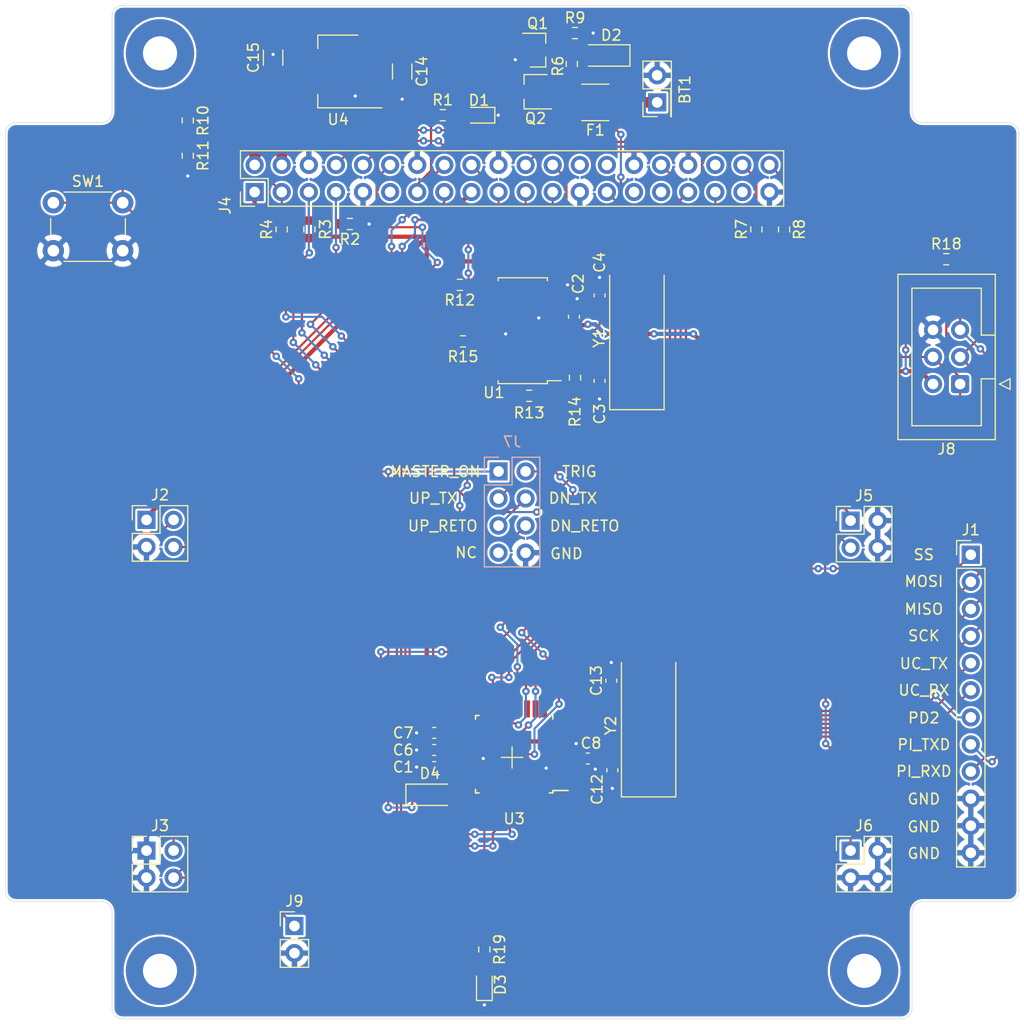
<source format=kicad_pcb>
(kicad_pcb (version 20171130) (host pcbnew 5.1.10)
  (layers (0 F.Cu signal) (31 B.Cu signal) (34 B.Paste user) (35 F.Paste user) (36 B.SilkS user) (37 F.SilkS user) (38 B.Mask user) (39 F.Mask user) (44 Edge.Cuts user))
  (net 0 "")
  (net 1 GND)
  (net 2 "Net-(BT1-Pad1)")
  (net 3 /REF_BAT)
  (net 4 +3V3)
  (net 5 "Net-(C3-Pad1)")
  (net 6 "Net-(C4-Pad1)")
  (net 7 +BATT)
  (net 8 "Net-(C6-Pad1)")
  (net 9 +5V)
  (net 10 "Net-(C12-Pad2)")
  (net 11 "Net-(C13-Pad2)")
  (net 12 "Net-(D1-Pad2)")
  (net 13 "Net-(D2-Pad2)")
  (net 14 /MASTER_ON)
  (net 15 "Net-(D3-Pad2)")
  (net 16 /BAT_RAW)
  (net 17 "Net-(H1-Pad1)")
  (net 18 "Net-(H2-Pad1)")
  (net 19 "Net-(H3-Pad1)")
  (net 20 "Net-(H4-Pad1)")
  (net 21 /PI_RXD)
  (net 22 /PI_TXD)
  (net 23 /PD2)
  (net 24 /UC_RX)
  (net 25 /UC_TX)
  (net 26 /SCK)
  (net 27 /MISO)
  (net 28 /MOSI)
  (net 29 /SS)
  (net 30 /SP+)
  (net 31 /TRIG)
  (net 32 /SP-)
  (net 33 "Net-(J4-Pad40)")
  (net 34 "Net-(J4-Pad38)")
  (net 35 /BR-)
  (net 36 "Net-(J4-Pad36)")
  (net 37 "Net-(J4-Pad31)")
  (net 38 "Net-(J4-Pad29)")
  (net 39 "Net-(J4-Pad28)")
  (net 40 "Net-(J4-Pad26)")
  (net 41 "Net-(J4-Pad24)")
  (net 42 "Net-(J4-Pad23)")
  (net 43 /BR+)
  (net 44 "Net-(J4-Pad21)")
  (net 45 "Net-(J4-Pad19)")
  (net 46 /STAT)
  (net 47 /PI_LED)
  (net 48 /PI_SHTDN)
  (net 49 "Net-(J7-Pad7)")
  (net 50 /DN_RETO)
  (net 51 /UP_RETO)
  (net 52 /DN_TX)
  (net 53 /UP_TX)
  (net 54 /~RESET)
  (net 55 /PWR_EN)
  (net 56 "Net-(R13-Pad2)")
  (net 57 "Net-(R14-Pad1)")
  (net 58 "Net-(R15-Pad1)")
  (net 59 /UC_LED)
  (net 60 "Net-(U1-Pad28)")
  (net 61 "Net-(U1-Pad27)")
  (net 62 "Net-(U1-Pad26)")
  (net 63 "Net-(U1-Pad25)")
  (net 64 "Net-(U1-Pad21)")
  (net 65 "Net-(U1-Pad20)")
  (net 66 "Net-(U1-Pad19)")
  (net 67 "Net-(U1-Pad18)")
  (net 68 "Net-(U1-Pad17)")
  (net 69 "Net-(U1-Pad16)")
  (net 70 "Net-(U1-Pad2)")
  (net 71 "Net-(U1-Pad1)")
  (net 72 "Net-(U3-Pad19)")
  (net 73 "Net-(U3-Pad12)")
  (net 74 "Net-(U3-Pad11)")
  (net 75 "Net-(U3-Pad9)")
  (net 76 "Net-(U3-Pad2)")
  (net 77 "Net-(U3-Pad1)")
  (net 78 /SCL)
  (net 79 /SDA)
  (net 80 "Net-(J4-Pad37)")
  (net 81 /~SC_IRQ)
  (net 82 /BTN_TRIG)
  (net 83 "Net-(J4-Pad11)")
  (net 84 "Net-(D4-Pad2)")
  (net 85 "Net-(U3-Pad10)")
  (module Diode_SMD:D_SOD-123 (layer F.Cu) (at 142.3 126.5)
    (fp_text reference D4 (at 0 -2) (layer F.SilkS))
    (fp_text value D_Schottky)
    (pad 2 smd rect (at 1.65 0) (size 0.9 1.2) (layers F.Cu F.Paste F.Mask) (net 84 "Net-(D4-Pad2)"))
    (pad 1 smd rect (at -1.65 0) (size 0.9 1.2) (layers F.Cu F.Paste F.Mask) (net 14 /MASTER_ON))
  )
  (module Package_TO_SOT_SMD:SOT-23W (layer F.Cu) (at 152.2 60.6 180)
    (fp_text reference Q2 (at 0 -2.5) (layer F.SilkS))
    (fp_text value HSS2307)
    (pad 3 smd rect (at 1.2 0 180) (size 1 0.7) (layers F.Cu F.Paste F.Mask) (net 7 +BATT))
    (pad 2 smd rect (at -1.2 0.95 180) (size 1 0.7) (layers F.Cu F.Paste F.Mask) (net 16 /BAT_RAW))
    (pad 1 smd rect (at -1.2 -0.95 180) (size 1 0.7) (layers F.Cu F.Paste F.Mask) (net 13 "Net-(D2-Pad2)"))
  )
  (module Connector_PinHeader_2.54mm:PinHeader_1x02_P2.54mm_Vertical (layer F.Cu) (at 129.6 138.8)
    (fp_text reference J9 (at 0 -2.33) (layer F.SilkS))
    (fp_text value BTN_TRIG)
    (pad 2 thru_hole oval (at 0 2.54) (size 1.7 1.7) (drill 1) (layers *.Cu *.Mask) (net 1 GND))
    (pad 1 thru_hole rect (at 0 0) (size 1.7 1.7) (drill 1) (layers *.Cu *.Mask) (net 82 /BTN_TRIG))
  )
  (module Resistor_SMD:R_0603_1608Metric (layer F.Cu) (at 128.4 73.5 90)
    (fp_text reference R4 (at 0 -1.4 90) (layer F.SilkS))
    (fp_text value 10k)
    (pad 2 smd roundrect (at 0.825 0 90) (size 0.8 0.95) (layers F.Cu F.Paste F.Mask) (net 79 /SDA))
    (pad 1 smd roundrect (at -0.825 0 90) (size 0.8 0.95) (layers F.Cu F.Paste F.Mask) (net 4 +3V3))
  )
  (module Resistor_SMD:R_0603_1608Metric (layer F.Cu) (at 131 73.5 90)
    (fp_text reference R3 (at 0 1.5 90) (layer F.SilkS))
    (fp_text value 10k)
    (pad 2 smd roundrect (at 0.825 0 90) (size 0.8 0.95) (layers F.Cu F.Paste F.Mask) (net 78 /SCL))
    (pad 1 smd roundrect (at -0.825 0 90) (size 0.8 0.95) (layers F.Cu F.Paste F.Mask) (net 4 +3V3))
  )
  (module Connector_IDC:IDC-Header_2x03_P2.54mm_Vertical (layer F.Cu) (at 192 88 180)
    (fp_text reference J8 (at 1.27 -6.1) (layer F.SilkS))
    (fp_text value ISP)
    (pad 6 thru_hole circle (at 2.54 5.08 180) (size 1.7 1.7) (drill 1) (layers *.Cu *.Mask) (net 1 GND))
    (pad 4 thru_hole circle (at 2.54 2.54 180) (size 1.7 1.7) (drill 1) (layers *.Cu *.Mask) (net 28 /MOSI))
    (pad 2 thru_hole circle (at 2.54 0 180) (size 1.7 1.7) (drill 1) (layers *.Cu *.Mask) (net 4 +3V3))
    (pad 5 thru_hole circle (at 0 5.08 180) (size 1.7 1.7) (drill 1) (layers *.Cu *.Mask) (net 54 /~RESET))
    (pad 3 thru_hole circle (at 0 2.54 180) (size 1.7 1.7) (drill 1) (layers *.Cu *.Mask) (net 26 /SCK))
    (pad 1 thru_hole roundrect (at 0 0 180) (size 1.7 1.7) (drill 1) (layers *.Cu *.Mask) (roundrect_rratio 0.1470588235294118) (net 27 /MISO))
  )
  (module Capacitor_SMD:C_1206_3216Metric (layer F.Cu) (at 127.6 57.4 90)
    (fp_text reference C15 (at 0 -1.85 90) (layer F.SilkS))
    (fp_text value 22u)
    (pad 2 smd roundrect (at 1.475 0 90) (size 1.15 1.8) (layers F.Cu F.Paste F.Mask) (roundrect_rratio 0.2173904347826087) (net 1 GND))
    (pad 1 smd roundrect (at -1.475 0 90) (size 1.15 1.8) (layers F.Cu F.Paste F.Mask) (roundrect_rratio 0.2173904347826087) (net 9 +5V))
  )
  (module Capacitor_SMD:C_1206_3216Metric (layer F.Cu) (at 139.7 58.7 270)
    (fp_text reference C14 (at 0 -1.85 90) (layer F.SilkS))
    (fp_text value 10u)
    (pad 2 smd roundrect (at 1.475 0 270) (size 1.15 1.8) (layers F.Cu F.Paste F.Mask) (roundrect_rratio 0.2173904347826087) (net 1 GND))
    (pad 1 smd roundrect (at -1.475 0 270) (size 1.15 1.8) (layers F.Cu F.Paste F.Mask) (roundrect_rratio 0.2173904347826087) (net 7 +BATT))
  )
  (module main_pcb:RPiZero (layer F.Cu) (at 125.87 70 90)
    (fp_text reference J4 (at -1.27 -2.77 90) (layer F.SilkS))
    (fp_text value Raspberry_Pi_Zero_WH)
    (pad 40 thru_hole oval (at 2.54 48.26 90) (size 1.7 1.7) (drill 1) (layers *.Cu *.Mask) (net 33 "Net-(J4-Pad40)"))
    (pad 39 thru_hole oval (at 0 48.26 90) (size 1.7 1.7) (drill 1) (layers *.Cu *.Mask) (net 1 GND))
    (pad 38 thru_hole oval (at 2.54 45.72 90) (size 1.7 1.7) (drill 1) (layers *.Cu *.Mask) (net 34 "Net-(J4-Pad38)"))
    (pad 37 thru_hole oval (at 0 45.72 90) (size 1.7 1.7) (drill 1) (layers *.Cu *.Mask) (net 80 "Net-(J4-Pad37)"))
    (pad 36 thru_hole oval (at 2.54 43.18 90) (size 1.7 1.7) (drill 1) (layers *.Cu *.Mask) (net 36 "Net-(J4-Pad36)"))
    (pad 35 thru_hole oval (at 0 43.18 90) (size 1.7 1.7) (drill 1) (layers *.Cu *.Mask) (net 27 /MISO))
    (pad 34 thru_hole oval (at 2.54 40.64 90) (size 1.7 1.7) (drill 1) (layers *.Cu *.Mask) (net 1 GND))
    (pad 33 thru_hole oval (at 0 40.64 90) (size 1.7 1.7) (drill 1) (layers *.Cu *.Mask) (net 46 /STAT))
    (pad 32 thru_hole oval (at 2.54 38.1 90) (size 1.7 1.7) (drill 1) (layers *.Cu *.Mask) (net 35 /BR-))
    (pad 31 thru_hole oval (at 0 38.1 90) (size 1.7 1.7) (drill 1) (layers *.Cu *.Mask) (net 37 "Net-(J4-Pad31)"))
    (pad 30 thru_hole oval (at 2.54 35.56 90) (size 1.7 1.7) (drill 1) (layers *.Cu *.Mask) (net 1 GND))
    (pad 29 thru_hole oval (at 0 35.56 90) (size 1.7 1.7) (drill 1) (layers *.Cu *.Mask) (net 38 "Net-(J4-Pad29)"))
    (pad 28 thru_hole oval (at 2.54 33.02 90) (size 1.7 1.7) (drill 1) (layers *.Cu *.Mask) (net 39 "Net-(J4-Pad28)"))
    (pad 27 thru_hole oval (at 0 33.02 90) (size 1.7 1.7) (drill 1) (layers *.Cu *.Mask) (net 82 /BTN_TRIG))
    (pad 26 thru_hole oval (at 2.54 30.48 90) (size 1.7 1.7) (drill 1) (layers *.Cu *.Mask) (net 40 "Net-(J4-Pad26)"))
    (pad 25 thru_hole oval (at 0 30.48 90) (size 1.7 1.7) (drill 1) (layers *.Cu *.Mask) (net 1 GND))
    (pad 24 thru_hole oval (at 2.54 27.94 90) (size 1.7 1.7) (drill 1) (layers *.Cu *.Mask) (net 41 "Net-(J4-Pad24)"))
    (pad 23 thru_hole oval (at 0 27.94 90) (size 1.7 1.7) (drill 1) (layers *.Cu *.Mask) (net 42 "Net-(J4-Pad23)"))
    (pad 22 thru_hole oval (at 2.54 25.4 90) (size 1.7 1.7) (drill 1) (layers *.Cu *.Mask) (net 43 /BR+))
    (pad 21 thru_hole oval (at 0 25.4 90) (size 1.7 1.7) (drill 1) (layers *.Cu *.Mask) (net 44 "Net-(J4-Pad21)"))
    (pad 20 thru_hole oval (at 2.54 22.86 90) (size 1.7 1.7) (drill 1) (layers *.Cu *.Mask) (net 1 GND))
    (pad 19 thru_hole oval (at 0 22.86 90) (size 1.7 1.7) (drill 1) (layers *.Cu *.Mask) (net 45 "Net-(J4-Pad19)"))
    (pad 18 thru_hole oval (at 2.54 20.32 90) (size 1.7 1.7) (drill 1) (layers *.Cu *.Mask) (net 81 /~SC_IRQ))
    (pad 17 thru_hole oval (at 0 20.32 90) (size 1.7 1.7) (drill 1) (layers *.Cu *.Mask) (net 4 +3V3))
    (pad 16 thru_hole oval (at 2.54 17.78 90) (size 1.7 1.7) (drill 1) (layers *.Cu *.Mask) (net 32 /SP-))
    (pad 15 thru_hole oval (at 0 17.78 90) (size 1.7 1.7) (drill 1) (layers *.Cu *.Mask) (net 30 /SP+))
    (pad 14 thru_hole oval (at 2.54 15.24 90) (size 1.7 1.7) (drill 1) (layers *.Cu *.Mask) (net 1 GND))
    (pad 13 thru_hole oval (at 0 15.24 90) (size 1.7 1.7) (drill 1) (layers *.Cu *.Mask) (net 47 /PI_LED))
    (pad 12 thru_hole oval (at 2.54 12.7 90) (size 1.7 1.7) (drill 1) (layers *.Cu *.Mask) (net 29 /SS))
    (pad 11 thru_hole oval (at 0 12.7 90) (size 1.7 1.7) (drill 1) (layers *.Cu *.Mask) (net 83 "Net-(J4-Pad11)"))
    (pad 10 thru_hole oval (at 2.54 10.16 90) (size 1.7 1.7) (drill 1) (layers *.Cu *.Mask) (net 21 /PI_RXD))
    (pad 9 thru_hole oval (at 0 10.16 90) (size 1.7 1.7) (drill 1) (layers *.Cu *.Mask) (net 1 GND))
    (pad 8 thru_hole oval (at 2.54 7.62 90) (size 1.7 1.7) (drill 1) (layers *.Cu *.Mask) (net 22 /PI_TXD))
    (pad 7 thru_hole oval (at 0 7.62 90) (size 1.7 1.7) (drill 1) (layers *.Cu *.Mask) (net 48 /PI_SHTDN))
    (pad 6 thru_hole oval (at 2.54 5.08 90) (size 1.7 1.7) (drill 1) (layers *.Cu *.Mask) (net 1 GND))
    (pad 5 thru_hole oval (at 0 5.08 90) (size 1.7 1.7) (drill 1) (layers *.Cu *.Mask) (net 78 /SCL))
    (pad 4 thru_hole oval (at 2.54 2.54 90) (size 1.7 1.7) (drill 1) (layers *.Cu *.Mask) (net 9 +5V))
    (pad 3 thru_hole oval (at 0 2.54 90) (size 1.7 1.7) (drill 1) (layers *.Cu *.Mask) (net 79 /SDA))
    (pad 2 thru_hole oval (at 2.54 0 90) (size 1.7 1.7) (drill 1) (layers *.Cu *.Mask) (net 9 +5V))
    (pad 1 thru_hole rect (at 0 0 90) (size 1.7 1.7) (drill 1) (layers *.Cu *.Mask) (net 4 +3V3))
  )
  (module Crystal:Crystal_SMD_HC49-SD (layer F.Cu) (at 162.8 120 90)
    (fp_text reference Y2 (at 0 -3.55 90) (layer F.SilkS))
    (fp_text value 8MHz)
    (pad 2 smd rect (at 4.25 0 90) (size 4.5 2) (layers F.Cu F.Paste F.Mask) (net 11 "Net-(C13-Pad2)"))
    (pad 1 smd rect (at -4.25 0 90) (size 4.5 2) (layers F.Cu F.Paste F.Mask) (net 10 "Net-(C12-Pad2)"))
  )
  (module Crystal:Crystal_SMD_HC49-SD (layer F.Cu) (at 161.7 83.7 90)
    (fp_text reference Y1 (at 0 -3.55 90) (layer F.SilkS))
    (fp_text value "16 MHz")
    (pad 2 smd rect (at 4.25 0 90) (size 4.5 2) (layers F.Cu F.Paste F.Mask) (net 6 "Net-(C4-Pad1)"))
    (pad 1 smd rect (at -4.25 0 90) (size 4.5 2) (layers F.Cu F.Paste F.Mask) (net 5 "Net-(C3-Pad1)"))
  )
  (module Package_TO_SOT_SMD:SOT-223-3_TabPin2 (layer F.Cu) (at 133.7 58.7 180)
    (fp_text reference U4 (at 0 -4.5) (layer F.SilkS))
    (fp_text value AZ1117-50)
    (pad 1 smd rect (at -3.15 -2.3 180) (size 2 1.5) (layers F.Cu F.Paste F.Mask) (net 1 GND))
    (pad 3 smd rect (at -3.15 2.3 180) (size 2 1.5) (layers F.Cu F.Paste F.Mask) (net 7 +BATT))
    (pad 2 smd rect (at -3.15 0 180) (size 2 1.5) (layers F.Cu F.Paste F.Mask) (net 9 +5V))
    (pad 2 smd rect (at 3.15 0 180) (size 2 3.8) (layers F.Cu F.Paste F.Mask) (net 9 +5V))
  )
  (module Package_QFP:TQFP-32_7x7mm_P0.8mm (layer F.Cu) (at 150.2 122.7 180)
    (fp_text reference U3 (at 0 -6.05) (layer F.SilkS))
    (fp_text value ATmega328P-AU)
    (pad 32 smd rect (at -2.8 -4.25 270) (size 1.6 0.55) (layers F.Cu F.Paste F.Mask) (net 23 /PD2))
    (pad 31 smd rect (at -2 -4.25 270) (size 1.6 0.55) (layers F.Cu F.Paste F.Mask) (net 25 /UC_TX))
    (pad 30 smd rect (at -1.2 -4.25 270) (size 1.6 0.55) (layers F.Cu F.Paste F.Mask) (net 24 /UC_RX))
    (pad 29 smd rect (at -0.4 -4.25 270) (size 1.6 0.55) (layers F.Cu F.Paste F.Mask) (net 54 /~RESET))
    (pad 28 smd rect (at 0.4 -4.25 270) (size 1.6 0.55) (layers F.Cu F.Paste F.Mask) (net 78 /SCL))
    (pad 27 smd rect (at 1.2 -4.25 270) (size 1.6 0.55) (layers F.Cu F.Paste F.Mask) (net 79 /SDA))
    (pad 26 smd rect (at 2 -4.25 270) (size 1.6 0.55) (layers F.Cu F.Paste F.Mask) (net 55 /PWR_EN))
    (pad 25 smd rect (at 2.8 -4.25 270) (size 1.6 0.55) (layers F.Cu F.Paste F.Mask) (net 59 /UC_LED))
    (pad 24 smd rect (at 4.25 -2.8 180) (size 1.6 0.55) (layers F.Cu F.Paste F.Mask) (net 84 "Net-(D4-Pad2)"))
    (pad 23 smd rect (at 4.25 -2 180) (size 1.6 0.55) (layers F.Cu F.Paste F.Mask) (net 48 /PI_SHTDN))
    (pad 22 smd rect (at 4.25 -1.2 180) (size 1.6 0.55) (layers F.Cu F.Paste F.Mask) (net 3 /REF_BAT))
    (pad 21 smd rect (at 4.25 -0.4 180) (size 1.6 0.55) (layers F.Cu F.Paste F.Mask) (net 1 GND))
    (pad 20 smd rect (at 4.25 0.4 180) (size 1.6 0.55) (layers F.Cu F.Paste F.Mask) (net 8 "Net-(C6-Pad1)"))
    (pad 19 smd rect (at 4.25 1.2 180) (size 1.6 0.55) (layers F.Cu F.Paste F.Mask) (net 72 "Net-(U3-Pad19)"))
    (pad 18 smd rect (at 4.25 2 180) (size 1.6 0.55) (layers F.Cu F.Paste F.Mask) (net 4 +3V3))
    (pad 17 smd rect (at 4.25 2.8 180) (size 1.6 0.55) (layers F.Cu F.Paste F.Mask) (net 26 /SCK))
    (pad 16 smd rect (at 2.8 4.25 270) (size 1.6 0.55) (layers F.Cu F.Paste F.Mask) (net 27 /MISO))
    (pad 15 smd rect (at 2 4.25 270) (size 1.6 0.55) (layers F.Cu F.Paste F.Mask) (net 28 /MOSI))
    (pad 14 smd rect (at 1.2 4.25 270) (size 1.6 0.55) (layers F.Cu F.Paste F.Mask) (net 29 /SS))
    (pad 13 smd rect (at 0.4 4.25 270) (size 1.6 0.55) (layers F.Cu F.Paste F.Mask) (net 31 /TRIG))
    (pad 12 smd rect (at -0.4 4.25 270) (size 1.6 0.55) (layers F.Cu F.Paste F.Mask) (net 73 "Net-(U3-Pad12)"))
    (pad 11 smd rect (at -1.2 4.25 270) (size 1.6 0.55) (layers F.Cu F.Paste F.Mask) (net 74 "Net-(U3-Pad11)"))
    (pad 10 smd rect (at -2 4.25 270) (size 1.6 0.55) (layers F.Cu F.Paste F.Mask) (net 85 "Net-(U3-Pad10)"))
    (pad 9 smd rect (at -2.8 4.25 270) (size 1.6 0.55) (layers F.Cu F.Paste F.Mask) (net 75 "Net-(U3-Pad9)"))
    (pad 8 smd rect (at -4.25 2.8 180) (size 1.6 0.55) (layers F.Cu F.Paste F.Mask) (net 11 "Net-(C13-Pad2)"))
    (pad 7 smd rect (at -4.25 2 180) (size 1.6 0.55) (layers F.Cu F.Paste F.Mask) (net 10 "Net-(C12-Pad2)"))
    (pad 6 smd rect (at -4.25 1.2 180) (size 1.6 0.55) (layers F.Cu F.Paste F.Mask) (net 4 +3V3))
    (pad 5 smd rect (at -4.25 0.4 180) (size 1.6 0.55) (layers F.Cu F.Paste F.Mask) (net 1 GND))
    (pad 4 smd rect (at -4.25 -0.4 180) (size 1.6 0.55) (layers F.Cu F.Paste F.Mask) (net 4 +3V3))
    (pad 3 smd rect (at -4.25 -1.2 180) (size 1.6 0.55) (layers F.Cu F.Paste F.Mask) (net 1 GND))
    (pad 2 smd rect (at -4.25 -2 180) (size 1.6 0.55) (layers F.Cu F.Paste F.Mask) (net 76 "Net-(U3-Pad2)"))
    (pad 1 smd rect (at -4.25 -2.8 180) (size 1.6 0.55) (layers F.Cu F.Paste F.Mask) (net 77 "Net-(U3-Pad1)"))
  )
  (module Package_SO:TSSOP-28_4.4x9.7mm_P0.65mm (layer F.Cu) (at 151 83 180)
    (fp_text reference U1 (at 2.7 -5.8) (layer F.SilkS))
    (fp_text value SC16IS752IPW)
    (pad 28 smd roundrect (at 2.8625 -4.225 180) (size 1.475 0.4) (layers F.Cu F.Paste F.Mask) (net 60 "Net-(U1-Pad28)"))
    (pad 27 smd roundrect (at 2.8625 -3.575 180) (size 1.475 0.4) (layers F.Cu F.Paste F.Mask) (net 61 "Net-(U1-Pad27)"))
    (pad 26 smd roundrect (at 2.8625 -2.925 180) (size 1.475 0.4) (layers F.Cu F.Paste F.Mask) (net 62 "Net-(U1-Pad26)"))
    (pad 25 smd roundrect (at 2.8625 -2.275 180) (size 1.475 0.4) (layers F.Cu F.Paste F.Mask) (net 63 "Net-(U1-Pad25)"))
    (pad 24 smd roundrect (at 2.8625 -1.625 180) (size 1.475 0.4) (layers F.Cu F.Paste F.Mask) (net 50 /DN_RETO))
    (pad 23 smd roundrect (at 2.8625 -0.975 180) (size 1.475 0.4) (layers F.Cu F.Paste F.Mask) (net 58 "Net-(R15-Pad1)"))
    (pad 22 smd roundrect (at 2.8625 -0.325 180) (size 1.475 0.4) (layers F.Cu F.Paste F.Mask) (net 1 GND))
    (pad 21 smd roundrect (at 2.8625 0.325 180) (size 1.475 0.4) (layers F.Cu F.Paste F.Mask) (net 64 "Net-(U1-Pad21)"))
    (pad 20 smd roundrect (at 2.8625 0.975 180) (size 1.475 0.4) (layers F.Cu F.Paste F.Mask) (net 65 "Net-(U1-Pad20)"))
    (pad 19 smd roundrect (at 2.8625 1.625 180) (size 1.475 0.4) (layers F.Cu F.Paste F.Mask) (net 66 "Net-(U1-Pad19)"))
    (pad 18 smd roundrect (at 2.8625 2.275 180) (size 1.475 0.4) (layers F.Cu F.Paste F.Mask) (net 67 "Net-(U1-Pad18)"))
    (pad 17 smd roundrect (at 2.8625 2.925 180) (size 1.475 0.4) (layers F.Cu F.Paste F.Mask) (net 68 "Net-(U1-Pad17)"))
    (pad 16 smd roundrect (at 2.8625 3.575 180) (size 1.475 0.4) (layers F.Cu F.Paste F.Mask) (net 69 "Net-(U1-Pad16)"))
    (pad 15 smd roundrect (at 2.8625 4.225 180) (size 1.475 0.4) (layers F.Cu F.Paste F.Mask) (net 81 /~SC_IRQ))
    (pad 14 smd roundrect (at -2.8625 4.225 180) (size 1.475 0.4) (layers F.Cu F.Paste F.Mask) (net 1 GND))
    (pad 13 smd roundrect (at -2.8625 3.575 180) (size 1.475 0.4) (layers F.Cu F.Paste F.Mask) (net 42 "Net-(J4-Pad23)"))
    (pad 12 smd roundrect (at -2.8625 2.925 180) (size 1.475 0.4) (layers F.Cu F.Paste F.Mask) (net 44 "Net-(J4-Pad21)"))
    (pad 11 smd roundrect (at -2.8625 2.275 180) (size 1.475 0.4) (layers F.Cu F.Paste F.Mask) (net 45 "Net-(J4-Pad19)"))
    (pad 10 smd roundrect (at -2.8625 1.625 180) (size 1.475 0.4) (layers F.Cu F.Paste F.Mask) (net 41 "Net-(J4-Pad24)"))
    (pad 9 smd roundrect (at -2.8625 0.975 180) (size 1.475 0.4) (layers F.Cu F.Paste F.Mask) (net 1 GND))
    (pad 8 smd roundrect (at -2.8625 0.325 180) (size 1.475 0.4) (layers F.Cu F.Paste F.Mask) (net 4 +3V3))
    (pad 7 smd roundrect (at -2.8625 -0.325 180) (size 1.475 0.4) (layers F.Cu F.Paste F.Mask) (net 6 "Net-(C4-Pad1)"))
    (pad 6 smd roundrect (at -2.8625 -0.975 180) (size 1.475 0.4) (layers F.Cu F.Paste F.Mask) (net 5 "Net-(C3-Pad1)"))
    (pad 5 smd roundrect (at -2.8625 -1.625 180) (size 1.475 0.4) (layers F.Cu F.Paste F.Mask) (net 56 "Net-(R13-Pad2)"))
    (pad 4 smd roundrect (at -2.8625 -2.275 180) (size 1.475 0.4) (layers F.Cu F.Paste F.Mask) (net 51 /UP_RETO))
    (pad 3 smd roundrect (at -2.8625 -2.925 180) (size 1.475 0.4) (layers F.Cu F.Paste F.Mask) (net 57 "Net-(R14-Pad1)"))
    (pad 2 smd roundrect (at -2.8625 -3.575 180) (size 1.475 0.4) (layers F.Cu F.Paste F.Mask) (net 70 "Net-(U1-Pad2)"))
    (pad 1 smd roundrect (at -2.8625 -4.225 180) (size 1.475 0.4) (layers F.Cu F.Paste F.Mask) (net 71 "Net-(U1-Pad1)"))
  )
  (module Button_Switch_THT:SW_PUSH_6mm_H8mm (layer F.Cu) (at 107 71)
    (fp_text reference SW1 (at 3.25 -2) (layer F.SilkS))
    (fp_text value SW_SPST)
    (pad 1 thru_hole circle (at 6.5 0 90) (size 2 2) (drill 1.1) (layers *.Cu *.Mask) (net 14 /MASTER_ON))
    (pad 2 thru_hole circle (at 6.5 4.5 90) (size 2 2) (drill 1.1) (layers *.Cu *.Mask) (net 1 GND))
    (pad 1 thru_hole circle (at 0 0 90) (size 2 2) (drill 1.1) (layers *.Cu *.Mask) (net 14 /MASTER_ON))
    (pad 2 thru_hole circle (at 0 4.5 90) (size 2 2) (drill 1.1) (layers *.Cu *.Mask) (net 1 GND))
  )
  (module Resistor_SMD:R_0603_1608Metric (layer F.Cu) (at 147.4 141 270)
    (fp_text reference R19 (at 0 -1.43 90) (layer F.SilkS))
    (fp_text value 330)
    (pad 2 smd roundrect (at 0.825 0 270) (size 0.8 0.95) (layers F.Cu F.Paste F.Mask) (net 15 "Net-(D3-Pad2)"))
    (pad 1 smd roundrect (at -0.825 0 270) (size 0.8 0.95) (layers F.Cu F.Paste F.Mask) (net 59 /UC_LED))
  )
  (module Resistor_SMD:R_0603_1608Metric (layer F.Cu) (at 190.7 76.3)
    (fp_text reference R18 (at 0 -1.43) (layer F.SilkS))
    (fp_text value 10k)
    (pad 2 smd roundrect (at 0.825 0) (size 0.8 0.95) (layers F.Cu F.Paste F.Mask) (net 54 /~RESET))
    (pad 1 smd roundrect (at -0.825 0) (size 0.8 0.95) (layers F.Cu F.Paste F.Mask) (net 4 +3V3))
  )
  (module Resistor_SMD:R_0603_1608Metric (layer F.Cu) (at 145.4 84 180)
    (fp_text reference R15 (at 0 -1.43) (layer F.SilkS))
    (fp_text value 33)
    (pad 2 smd roundrect (at 0.825 0 180) (size 0.8 0.95) (layers F.Cu F.Paste F.Mask) (net 52 /DN_TX))
    (pad 1 smd roundrect (at -0.825 0 180) (size 0.8 0.95) (layers F.Cu F.Paste F.Mask) (net 58 "Net-(R15-Pad1)"))
  )
  (module Resistor_SMD:R_0603_1608Metric (layer F.Cu) (at 155.9 87.4 270)
    (fp_text reference R14 (at 3.2 0 90) (layer F.SilkS))
    (fp_text value 33)
    (pad 2 smd roundrect (at 0.825 0 270) (size 0.8 0.95) (layers F.Cu F.Paste F.Mask) (net 53 /UP_TX))
    (pad 1 smd roundrect (at -0.825 0 270) (size 0.8 0.95) (layers F.Cu F.Paste F.Mask) (net 57 "Net-(R14-Pad1)"))
  )
  (module Resistor_SMD:R_0603_1608Metric (layer F.Cu) (at 151.6 89.1)
    (fp_text reference R13 (at 0 1.6) (layer F.SilkS))
    (fp_text value 1k)
    (pad 2 smd roundrect (at 0.825 0) (size 0.8 0.95) (layers F.Cu F.Paste F.Mask) (net 56 "Net-(R13-Pad2)"))
    (pad 1 smd roundrect (at -0.825 0) (size 0.8 0.95) (layers F.Cu F.Paste F.Mask) (net 4 +3V3))
  )
  (module Resistor_SMD:R_0603_1608Metric (layer F.Cu) (at 145.1 78.7 180)
    (fp_text reference R12 (at 0 -1.43) (layer F.SilkS))
    (fp_text value 1k)
    (pad 2 smd roundrect (at 0.825 0 180) (size 0.8 0.95) (layers F.Cu F.Paste F.Mask) (net 4 +3V3))
    (pad 1 smd roundrect (at -0.825 0 180) (size 0.8 0.95) (layers F.Cu F.Paste F.Mask) (net 81 /~SC_IRQ))
  )
  (module Resistor_SMD:R_0603_1608Metric (layer F.Cu) (at 119.6 66.6 270)
    (fp_text reference R11 (at 0 -1.43 90) (layer F.SilkS))
    (fp_text value 10k)
    (pad 2 smd roundrect (at 0.825 0 270) (size 0.8 0.95) (layers F.Cu F.Paste F.Mask) (net 1 GND))
    (pad 1 smd roundrect (at -0.825 0 270) (size 0.8 0.95) (layers F.Cu F.Paste F.Mask) (net 3 /REF_BAT))
  )
  (module Resistor_SMD:R_0603_1608Metric (layer F.Cu) (at 119.6 63.3 270)
    (fp_text reference R10 (at 0 -1.43 90) (layer F.SilkS))
    (fp_text value 68k)
    (pad 2 smd roundrect (at 0.825 0 270) (size 0.8 0.95) (layers F.Cu F.Paste F.Mask) (net 3 /REF_BAT))
    (pad 1 smd roundrect (at -0.825 0 270) (size 0.8 0.95) (layers F.Cu F.Paste F.Mask) (net 7 +BATT))
  )
  (module Resistor_SMD:R_0603_1608Metric (layer F.Cu) (at 155.9 55.1)
    (fp_text reference R9 (at 0 -1.43) (layer F.SilkS))
    (fp_text value 10k)
    (pad 2 smd roundrect (at 0.825 0) (size 0.8 0.95) (layers F.Cu F.Paste F.Mask) (net 1 GND))
    (pad 1 smd roundrect (at -0.825 0) (size 0.8 0.95) (layers F.Cu F.Paste F.Mask) (net 55 /PWR_EN))
  )
  (module Resistor_SMD:R_0603_1608Metric (layer F.Cu) (at 175.5 73.5 270)
    (fp_text reference R8 (at 0 -1.43 90) (layer F.SilkS))
    (fp_text value 330)
    (pad 2 smd roundrect (at 0.825 0 270) (size 0.8 0.95) (layers F.Cu F.Paste F.Mask) (net 26 /SCK))
    (pad 1 smd roundrect (at -0.825 0 270) (size 0.8 0.95) (layers F.Cu F.Paste F.Mask) (net 33 "Net-(J4-Pad40)"))
  )
  (module Resistor_SMD:R_0603_1608Metric (layer F.Cu) (at 172.9 73.5 270)
    (fp_text reference R7 (at 0 1.4 90) (layer F.SilkS))
    (fp_text value 330)
    (pad 2 smd roundrect (at 0.825 0 270) (size 0.8 0.95) (layers F.Cu F.Paste F.Mask) (net 28 /MOSI))
    (pad 1 smd roundrect (at -0.825 0 270) (size 0.8 0.95) (layers F.Cu F.Paste F.Mask) (net 34 "Net-(J4-Pad38)"))
  )
  (module Resistor_SMD:R_0603_1608Metric (layer F.Cu) (at 155.6 58 90)
    (fp_text reference R6 (at -0.2 -1.3 90) (layer F.SilkS))
    (fp_text value 10k)
    (pad 2 smd roundrect (at 0.825 0 90) (size 0.8 0.95) (layers F.Cu F.Paste F.Mask) (net 13 "Net-(D2-Pad2)"))
    (pad 1 smd roundrect (at -0.825 0 90) (size 0.8 0.95) (layers F.Cu F.Paste F.Mask) (net 16 /BAT_RAW))
  )
  (module Resistor_SMD:R_0603_1608Metric (layer F.Cu) (at 134.8 73 180)
    (fp_text reference R2 (at 0 -1.43) (layer F.SilkS))
    (fp_text value 1k)
    (pad 2 smd roundrect (at 0.825 0 180) (size 0.8 0.95) (layers F.Cu F.Paste F.Mask) (net 48 /PI_SHTDN))
    (pad 1 smd roundrect (at -0.825 0 180) (size 0.8 0.95) (layers F.Cu F.Paste F.Mask) (net 1 GND))
  )
  (module Resistor_SMD:R_0603_1608Metric (layer F.Cu) (at 143.5 62.8)
    (fp_text reference R1 (at 0 -1.43) (layer F.SilkS))
    (fp_text value 330)
    (pad 2 smd roundrect (at 0.825 0) (size 0.8 0.95) (layers F.Cu F.Paste F.Mask) (net 12 "Net-(D1-Pad2)"))
    (pad 1 smd roundrect (at -0.825 0) (size 0.8 0.95) (layers F.Cu F.Paste F.Mask) (net 47 /PI_LED))
  )
  (module Package_TO_SOT_SMD:SOT-23 (layer F.Cu) (at 152.4 56.7)
    (fp_text reference Q1 (at 0 -2.5) (layer F.SilkS))
    (fp_text value BSS123)
    (pad 3 smd rect (at 1 0) (size 0.9 0.8) (layers F.Cu F.Paste F.Mask) (net 13 "Net-(D2-Pad2)"))
    (pad 2 smd rect (at -1 0.95) (size 0.9 0.8) (layers F.Cu F.Paste F.Mask) (net 1 GND))
    (pad 1 smd rect (at -1 -0.95) (size 0.9 0.8) (layers F.Cu F.Paste F.Mask) (net 55 /PWR_EN))
  )
  (module Connector_PinSocket_2.54mm:PinSocket_2x04_P2.54mm_Vertical (layer B.Cu) (at 148.73 96.19 180)
    (fp_text reference J7 (at -1.27 2.77) (layer B.SilkS) (effects (justify mirror)))
    (fp_text value UPDN)
    (pad 8 thru_hole oval (at -2.54 -7.62 180) (size 1.7 1.7) (drill 1) (layers *.Cu *.Mask) (net 1 GND))
    (pad 7 thru_hole oval (at 0 -7.62 180) (size 1.7 1.7) (drill 1) (layers *.Cu *.Mask) (net 49 "Net-(J7-Pad7)"))
    (pad 6 thru_hole oval (at -2.54 -5.08 180) (size 1.7 1.7) (drill 1) (layers *.Cu *.Mask) (net 50 /DN_RETO))
    (pad 5 thru_hole oval (at 0 -5.08 180) (size 1.7 1.7) (drill 1) (layers *.Cu *.Mask) (net 51 /UP_RETO))
    (pad 4 thru_hole oval (at -2.54 -2.54 180) (size 1.7 1.7) (drill 1) (layers *.Cu *.Mask) (net 52 /DN_TX))
    (pad 3 thru_hole oval (at 0 -2.54 180) (size 1.7 1.7) (drill 1) (layers *.Cu *.Mask) (net 53 /UP_TX))
    (pad 2 thru_hole oval (at -2.54 0 180) (size 1.7 1.7) (drill 1) (layers *.Cu *.Mask) (net 31 /TRIG))
    (pad 1 thru_hole rect (at 0 0 180) (size 1.7 1.7) (drill 1) (layers *.Cu *.Mask) (net 14 /MASTER_ON))
  )
  (module Connector_PinHeader_2.54mm:PinHeader_2x02_P2.54mm_Vertical (layer F.Cu) (at 181.73 131.73)
    (fp_text reference J6 (at 1.27 -2.33) (layer F.SilkS))
    (fp_text value UI)
    (pad 4 thru_hole oval (at 2.54 2.54) (size 1.7 1.7) (drill 1) (layers *.Cu *.Mask) (net 1 GND))
    (pad 3 thru_hole oval (at 0 2.54) (size 1.7 1.7) (drill 1) (layers *.Cu *.Mask) (net 1 GND))
    (pad 2 thru_hole oval (at 2.54 0) (size 1.7 1.7) (drill 1) (layers *.Cu *.Mask) (net 1 GND))
    (pad 1 thru_hole rect (at 0 0) (size 1.7 1.7) (drill 1) (layers *.Cu *.Mask) (net 35 /BR-))
  )
  (module Connector_PinHeader_2.54mm:PinHeader_2x02_P2.54mm_Vertical (layer F.Cu) (at 181.73 100.8)
    (fp_text reference J5 (at 1.27 -2.33) (layer F.SilkS))
    (fp_text value UI)
    (pad 4 thru_hole oval (at 2.54 2.54) (size 1.7 1.7) (drill 1) (layers *.Cu *.Mask) (net 1 GND))
    (pad 3 thru_hole oval (at 0 2.54) (size 1.7 1.7) (drill 1) (layers *.Cu *.Mask) (net 46 /STAT))
    (pad 2 thru_hole oval (at 2.54 0) (size 1.7 1.7) (drill 1) (layers *.Cu *.Mask) (net 1 GND))
    (pad 1 thru_hole rect (at 0 0) (size 1.7 1.7) (drill 1) (layers *.Cu *.Mask) (net 43 /BR+))
  )
  (module Connector_PinHeader_2.54mm:PinHeader_2x02_P2.54mm_Vertical (layer F.Cu) (at 115.73 131.73)
    (fp_text reference J3 (at 1.27 -2.33) (layer F.SilkS))
    (fp_text value UI)
    (pad 4 thru_hole oval (at 2.54 2.54) (size 1.7 1.7) (drill 1) (layers *.Cu *.Mask) (net 82 /BTN_TRIG))
    (pad 3 thru_hole oval (at 0 2.54) (size 1.7 1.7) (drill 1) (layers *.Cu *.Mask) (net 1 GND))
    (pad 2 thru_hole oval (at 2.54 0) (size 1.7 1.7) (drill 1) (layers *.Cu *.Mask) (net 32 /SP-))
    (pad 1 thru_hole rect (at 0 0) (size 1.7 1.7) (drill 1) (layers *.Cu *.Mask) (net 1 GND))
  )
  (module Connector_PinHeader_2.54mm:PinHeader_2x02_P2.54mm_Vertical (layer F.Cu) (at 115.73 100.73)
    (fp_text reference J2 (at 1.27 -2.33) (layer F.SilkS))
    (fp_text value UI)
    (pad 4 thru_hole oval (at 2.54 2.54) (size 1.7 1.7) (drill 1) (layers *.Cu *.Mask) (net 14 /MASTER_ON))
    (pad 3 thru_hole oval (at 0 2.54) (size 1.7 1.7) (drill 1) (layers *.Cu *.Mask) (net 1 GND))
    (pad 2 thru_hole oval (at 2.54 0) (size 1.7 1.7) (drill 1) (layers *.Cu *.Mask) (net 30 /SP+))
    (pad 1 thru_hole rect (at 0 0) (size 1.7 1.7) (drill 1) (layers *.Cu *.Mask) (net 4 +3V3))
  )
  (module Connector_PinHeader_2.54mm:PinHeader_1x12_P2.54mm_Vertical (layer F.Cu) (at 193 104)
    (fp_text reference J1 (at 0 -2.33) (layer F.SilkS))
    (fp_text value DBG)
    (pad 12 thru_hole oval (at 0 27.94) (size 1.7 1.7) (drill 1) (layers *.Cu *.Mask) (net 1 GND))
    (pad 11 thru_hole oval (at 0 25.4) (size 1.7 1.7) (drill 1) (layers *.Cu *.Mask) (net 1 GND))
    (pad 10 thru_hole oval (at 0 22.86) (size 1.7 1.7) (drill 1) (layers *.Cu *.Mask) (net 1 GND))
    (pad 9 thru_hole oval (at 0 20.32) (size 1.7 1.7) (drill 1) (layers *.Cu *.Mask) (net 21 /PI_RXD))
    (pad 8 thru_hole oval (at 0 17.78) (size 1.7 1.7) (drill 1) (layers *.Cu *.Mask) (net 22 /PI_TXD))
    (pad 7 thru_hole oval (at 0 15.24) (size 1.7 1.7) (drill 1) (layers *.Cu *.Mask) (net 23 /PD2))
    (pad 6 thru_hole oval (at 0 12.7) (size 1.7 1.7) (drill 1) (layers *.Cu *.Mask) (net 24 /UC_RX))
    (pad 5 thru_hole oval (at 0 10.16) (size 1.7 1.7) (drill 1) (layers *.Cu *.Mask) (net 25 /UC_TX))
    (pad 4 thru_hole oval (at 0 7.62) (size 1.7 1.7) (drill 1) (layers *.Cu *.Mask) (net 26 /SCK))
    (pad 3 thru_hole oval (at 0 5.08) (size 1.7 1.7) (drill 1) (layers *.Cu *.Mask) (net 27 /MISO))
    (pad 2 thru_hole oval (at 0 2.54) (size 1.7 1.7) (drill 1) (layers *.Cu *.Mask) (net 28 /MOSI))
    (pad 1 thru_hole rect (at 0 0) (size 1.7 1.7) (drill 1) (layers *.Cu *.Mask) (net 29 /SS))
  )
  (module MountingHole:MountingHole_3.2mm_M3_Pad (layer F.Cu) (at 117 143)
    (fp_text reference H4 hide)
    (fp_text value MountingHole_Pad)
    (pad 1 thru_hole circle (at 0 0) (size 6.4 6.4) (drill 3.2) (layers *.Cu *.Mask) (net 20 "Net-(H4-Pad1)"))
  )
  (module MountingHole:MountingHole_3.2mm_M3_Pad (layer F.Cu) (at 183 143)
    (fp_text reference H3 hide)
    (fp_text value MountingHole_Pad)
    (pad 1 thru_hole circle (at 0 0) (size 6.4 6.4) (drill 3.2) (layers *.Cu *.Mask) (net 19 "Net-(H3-Pad1)"))
  )
  (module MountingHole:MountingHole_3.2mm_M3_Pad (layer F.Cu) (at 183 57)
    (fp_text reference H2 hide)
    (fp_text value MountingHole_Pad)
    (pad 1 thru_hole circle (at 0 0) (size 6.4 6.4) (drill 3.2) (layers *.Cu *.Mask) (net 18 "Net-(H2-Pad1)"))
  )
  (module MountingHole:MountingHole_3.2mm_M3_Pad (layer F.Cu) (at 117 57)
    (fp_text reference H1 hide)
    (fp_text value MountingHole_Pad)
    (pad 1 thru_hole circle (at 0 0) (size 6.4 6.4) (drill 3.2) (layers *.Cu *.Mask) (net 17 "Net-(H1-Pad1)"))
  )
  (module Fuse:Fuse_1812_4532Metric_Castellated (layer F.Cu) (at 157.8 61.6)
    (fp_text reference F1 (at 0 2.6) (layer F.SilkS))
    (fp_text value Polyfuse)
    (pad 2 smd roundrect (at 2.1625 0) (size 1.475 3.3) (layers F.Cu F.Paste F.Mask) (roundrect_rratio 0.1694915254237288) (net 2 "Net-(BT1-Pad1)"))
    (pad 1 smd roundrect (at -2.1625 0) (size 1.475 3.3) (layers F.Cu F.Paste F.Mask) (roundrect_rratio 0.1694915254237288) (net 16 /BAT_RAW))
  )
  (module LED_SMD:LED_0603_1608Metric (layer F.Cu) (at 147.4 144.3 90)
    (fp_text reference D3 (at 0 1.5 90) (layer F.SilkS))
    (fp_text value LED)
    (pad 2 smd roundrect (at 0.7875 0 90) (size 0.875 0.95) (layers F.Cu F.Paste F.Mask) (net 15 "Net-(D3-Pad2)"))
    (pad 1 smd roundrect (at -0.7875 0 90) (size 0.875 0.95) (layers F.Cu F.Paste F.Mask) (net 1 GND))
  )
  (module Diode_SMD:D_SOD-123 (layer F.Cu) (at 158.8 57.2 180)
    (fp_text reference D2 (at -0.5 1.9) (layer F.SilkS))
    (fp_text value D_Schottky)
    (pad 2 smd rect (at 1.65 0 180) (size 0.9 1.2) (layers F.Cu F.Paste F.Mask) (net 13 "Net-(D2-Pad2)"))
    (pad 1 smd rect (at -1.65 0 180) (size 0.9 1.2) (layers F.Cu F.Paste F.Mask) (net 14 /MASTER_ON))
  )
  (module LED_SMD:LED_0603_1608Metric (layer F.Cu) (at 146.9 62.8 180)
    (fp_text reference D1 (at 0 1.4) (layer F.SilkS))
    (fp_text value LED)
    (pad 2 smd roundrect (at 0.7875 0 180) (size 0.875 0.95) (layers F.Cu F.Paste F.Mask) (net 12 "Net-(D1-Pad2)"))
    (pad 1 smd roundrect (at -0.7875 0 180) (size 0.875 0.95) (layers F.Cu F.Paste F.Mask) (net 1 GND))
  )
  (module Capacitor_SMD:C_0603_1608Metric (layer F.Cu) (at 159.3 115.8 270)
    (fp_text reference C13 (at 0 1.4 90) (layer F.SilkS))
    (fp_text value 27p)
    (pad 2 smd roundrect (at 0.775 0 270) (size 0.9 0.95) (layers F.Cu F.Paste F.Mask) (net 11 "Net-(C13-Pad2)"))
    (pad 1 smd roundrect (at -0.775 0 270) (size 0.9 0.95) (layers F.Cu F.Paste F.Mask) (net 1 GND))
  )
  (module Capacitor_SMD:C_0603_1608Metric (layer F.Cu) (at 159.4 124.2 90)
    (fp_text reference C12 (at -1.8 -1.43 90) (layer F.SilkS))
    (fp_text value 27p)
    (pad 2 smd roundrect (at 0.775 0 90) (size 0.9 0.95) (layers F.Cu F.Paste F.Mask) (net 10 "Net-(C12-Pad2)"))
    (pad 1 smd roundrect (at -0.775 0 90) (size 0.9 0.95) (layers F.Cu F.Paste F.Mask) (net 1 GND))
  )
  (module Capacitor_SMD:C_0603_1608Metric (layer F.Cu) (at 157.1 123.1)
    (fp_text reference C8 (at 0.3 -1.43) (layer F.SilkS))
    (fp_text value 100n)
    (pad 2 smd roundrect (at 0.775 0) (size 0.9 0.95) (layers F.Cu F.Paste F.Mask) (net 1 GND))
    (pad 1 smd roundrect (at -0.775 0) (size 0.9 0.95) (layers F.Cu F.Paste F.Mask) (net 4 +3V3))
  )
  (module Capacitor_SMD:C_0603_1608Metric (layer F.Cu) (at 142.7 120.7 180)
    (fp_text reference C7 (at 2.9 0) (layer F.SilkS))
    (fp_text value 100n)
    (pad 2 smd roundrect (at 0.775 0 180) (size 0.9 0.95) (layers F.Cu F.Paste F.Mask) (net 1 GND))
    (pad 1 smd roundrect (at -0.775 0 180) (size 0.9 0.95) (layers F.Cu F.Paste F.Mask) (net 4 +3V3))
  )
  (module Capacitor_SMD:C_0603_1608Metric (layer F.Cu) (at 142.7 122.3 180)
    (fp_text reference C6 (at 2.9 0) (layer F.SilkS))
    (fp_text value 100n)
    (pad 2 smd roundrect (at 0.775 0 180) (size 0.9 0.95) (layers F.Cu F.Paste F.Mask) (net 1 GND))
    (pad 1 smd roundrect (at -0.775 0 180) (size 0.9 0.95) (layers F.Cu F.Paste F.Mask) (net 8 "Net-(C6-Pad1)"))
  )
  (module Capacitor_SMD:C_0603_1608Metric (layer F.Cu) (at 158.2 79.7 90)
    (fp_text reference C4 (at 3.1 0 90) (layer F.SilkS))
    (fp_text value 27p)
    (pad 2 smd roundrect (at 0.775 0 90) (size 0.9 0.95) (layers F.Cu F.Paste F.Mask) (net 1 GND))
    (pad 1 smd roundrect (at -0.775 0 90) (size 0.9 0.95) (layers F.Cu F.Paste F.Mask) (net 6 "Net-(C4-Pad1)"))
  )
  (module Capacitor_SMD:C_0603_1608Metric (layer F.Cu) (at 158.2 87.7 270)
    (fp_text reference C3 (at 3.1 0 90) (layer F.SilkS))
    (fp_text value 27p)
    (pad 2 smd roundrect (at 0.775 0 270) (size 0.9 0.95) (layers F.Cu F.Paste F.Mask) (net 1 GND))
    (pad 1 smd roundrect (at -0.775 0 270) (size 0.9 0.95) (layers F.Cu F.Paste F.Mask) (net 5 "Net-(C3-Pad1)"))
  )
  (module Capacitor_SMD:C_0603_1608Metric (layer F.Cu) (at 155.8 81.7 90)
    (fp_text reference C2 (at 3.1 0.4 90) (layer F.SilkS))
    (fp_text value 100n)
    (pad 2 smd roundrect (at 0.775 0 90) (size 0.9 0.95) (layers F.Cu F.Paste F.Mask) (net 1 GND))
    (pad 1 smd roundrect (at -0.775 0 90) (size 0.9 0.95) (layers F.Cu F.Paste F.Mask) (net 4 +3V3))
  )
  (module Capacitor_SMD:C_0603_1608Metric (layer F.Cu) (at 142.7 123.9 180)
    (fp_text reference C1 (at 2.9 0) (layer F.SilkS))
    (fp_text value 100n)
    (pad 2 smd roundrect (at 0.775 0 180) (size 0.9 0.95) (layers F.Cu F.Paste F.Mask) (net 1 GND))
    (pad 1 smd roundrect (at -0.775 0 180) (size 0.9 0.95) (layers F.Cu F.Paste F.Mask) (net 3 /REF_BAT))
  )
  (module Connector_PinHeader_2.54mm:PinHeader_2x01_P2.54mm_Vertical (layer F.Cu) (at 163.6 61.6 90)
    (fp_text reference BT1 (at 1.2 2.6 90) (layer F.SilkS))
    (fp_text value 2x18650)
    (pad 2 thru_hole oval (at 2.54 0 90) (size 1.7 1.7) (drill 1) (layers *.Cu *.Mask) (net 1 GND))
    (pad 1 thru_hole rect (at 0 0 90) (size 1.7 1.7) (drill 1) (layers *.Cu *.Mask) (net 2 "Net-(BT1-Pad1)"))
  )
  (gr_text NC (at 145.7 103.8) (layer F.SilkS) (effects (font (size 1 1))))
  (gr_text UP_RETO (at 143.5 101.3) (layer F.SilkS) (effects (font (size 1 1))))
  (gr_text UP_TX (at 142.6 98.7) (layer F.SilkS) (effects (font (size 1 1))))
  (gr_text MASTER_ON (at 142.8 96.2) (layer F.SilkS) (effects (font (size 1 1))))
  (gr_text GND (at 155.1 103.9) (layer F.SilkS) (effects (font (size 1 1))))
  (gr_text DN_RETO (at 156.8 101.3) (layer F.SilkS) (effects (font (size 1 1))))
  (gr_text DN_TX (at 155.7 98.7) (layer F.SilkS) (effects (font (size 1 1))))
  (gr_text TRIG (at 156.3 96.2) (layer F.SilkS) (effects (font (size 1 1))))
  (gr_text GND (at 188.6 132) (layer F.SilkS) (effects (font (size 1 1))))
  (gr_text GND (at 188.6 129.5) (layer F.SilkS) (effects (font (size 1 1))))
  (gr_text GND (at 188.6 126.9) (layer F.SilkS) (effects (font (size 1 1))))
  (gr_text PI_RXD (at 188.6 124.3) (layer F.SilkS) (effects (font (size 1 1))))
  (gr_text PI_TXD (at 188.6 121.8) (layer F.SilkS) (effects (font (size 1 1))))
  (gr_text PD2 (at 188.6 119.3) (layer F.SilkS) (effects (font (size 1 1))))
  (gr_text UC_RX (at 188.6 116.7) (layer F.SilkS) (effects (font (size 1 1))))
  (gr_text UC_TX (at 188.6 114.2) (layer F.SilkS) (effects (font (size 1 1))))
  (gr_text SCK (at 188.6 111.6) (layer F.SilkS) (effects (font (size 1 1))))
  (gr_text MISO (at 188.6 109.1) (layer F.SilkS) (effects (font (size 1 1))))
  (gr_text MOSI (at 188.6 106.5) (layer F.SilkS) (effects (font (size 1 1))))
  (gr_text SS (at 188.6 104) (layer F.SilkS) (effects (font (size 1 1))))
  (gr_line (start 149 123) (end 151 123) (layer F.SilkS) (width 0.12))
  (gr_line (start 150 122) (end 150 124) (layer F.SilkS) (width 0.12))
  (gr_arc (start 186.5 146.5) (end 186.5 147.5) (angle -90) (layer Edge.Cuts) (width 0.05))
  (gr_arc (start 188.5 137.5) (end 188.5 136.5) (angle -90) (layer Edge.Cuts) (width 0.05))
  (gr_arc (start 196.5 135.5) (end 196.5 136.5) (angle -90) (layer Edge.Cuts) (width 0.05))
  (gr_arc (start 111.5 62.5) (end 111.5 63.5) (angle -90) (layer Edge.Cuts) (width 0.05))
  (gr_arc (start 103.5 64.5) (end 103.5 63.5) (angle -90) (layer Edge.Cuts) (width 0.05))
  (gr_arc (start 113.5 53.5) (end 113.5 52.5) (angle -90) (layer Edge.Cuts) (width 0.05))
  (gr_arc (start 188.5 62.5) (end 187.5 62.5) (angle -90) (layer Edge.Cuts) (width 0.05))
  (gr_arc (start 186.5 53.5) (end 187.5 53.5) (angle -90) (layer Edge.Cuts) (width 0.05))
  (gr_arc (start 196.5 64.5) (end 197.5 64.5) (angle -90) (layer Edge.Cuts) (width 0.05))
  (gr_arc (start 103.5 135.5) (end 102.5 135.5) (angle -90) (layer Edge.Cuts) (width 0.05))
  (gr_arc (start 113.5 146.5) (end 112.5 146.5) (angle -90) (layer Edge.Cuts) (width 0.05))
  (gr_arc (start 111.5 137.5) (end 112.5 137.5) (angle -90) (layer Edge.Cuts) (width 0.05))
  (gr_line (start 103.5 63.5) (end 111.5 63.5) (layer Edge.Cuts) (width 0.05))
  (gr_line (start 102.5 135.5) (end 102.5 64.5) (layer Edge.Cuts) (width 0.05))
  (gr_line (start 111.5 136.5) (end 103.5 136.5) (layer Edge.Cuts) (width 0.05))
  (gr_line (start 112.5 146.5) (end 112.5 137.5) (layer Edge.Cuts) (width 0.05))
  (gr_line (start 186.5 147.5) (end 113.5 147.5) (layer Edge.Cuts) (width 0.05))
  (gr_line (start 187.5 137.5) (end 187.5 146.5) (layer Edge.Cuts) (width 0.05))
  (gr_line (start 196.5 136.5) (end 188.5 136.5) (layer Edge.Cuts) (width 0.05))
  (gr_line (start 197.5 64.5) (end 197.5 135.5) (layer Edge.Cuts) (width 0.05))
  (gr_line (start 188.5 63.5) (end 196.5 63.5) (layer Edge.Cuts) (width 0.05))
  (gr_line (start 187.5 53.5) (end 187.5 62.5) (layer Edge.Cuts) (width 0.05))
  (gr_line (start 113.5 52.5) (end 186.5 52.5) (layer Edge.Cuts) (width 0.05))
  (gr_line (start 112.5 62.5) (end 112.5 53.5) (layer Edge.Cuts) (width 0.05))
  (via (at 150.3 57.6) (size 0.7) (drill 0.3) (layers F.Cu B.Cu) (net 1))
  (segment (start 150.35 57.65) (end 150.3 57.6) (width 0.2) (layer F.Cu) (net 1))
  (segment (start 151.4 57.65) (end 150.35 57.65) (width 0.2) (layer F.Cu) (net 1))
  (via (at 157.6 55.1) (size 0.7) (drill 0.3) (layers F.Cu B.Cu) (net 1))
  (segment (start 156.725 55.1) (end 157.6 55.1) (width 0.2) (layer F.Cu) (net 1))
  (via (at 157.8 124.1) (size 0.7) (drill 0.3) (layers F.Cu B.Cu) (net 1))
  (segment (start 157.875 124.025) (end 157.8 124.1) (width 0.4) (layer F.Cu) (net 1))
  (segment (start 157.875 123.1) (end 157.875 124.025) (width 0.4) (layer F.Cu) (net 1))
  (via (at 147.4 146.2) (size 0.7) (drill 0.3) (layers F.Cu B.Cu) (net 1))
  (segment (start 147.4 145.0875) (end 147.4 146.2) (width 0.2) (layer F.Cu) (net 1))
  (segment (start 154.45 122.3) (end 155.4 122.3) (width 0.4) (layer F.Cu) (net 1))
  (segment (start 155.4 122.3) (end 156 121.7) (width 0.4) (layer F.Cu) (net 1))
  (via (at 156 121.7) (size 0.7) (drill 0.3) (layers F.Cu B.Cu) (net 1))
  (via (at 159.4 125.9) (size 0.7) (drill 0.3) (layers F.Cu B.Cu) (net 1))
  (segment (start 159.4 124.975) (end 159.4 125.9) (width 0.4) (layer F.Cu) (net 1))
  (via (at 159.3 114.1) (size 0.7) (drill 0.3) (layers F.Cu B.Cu) (net 1))
  (segment (start 159.3 115.025) (end 159.3 114.1) (width 0.4) (layer F.Cu) (net 1))
  (via (at 147.3 123.1) (size 0.7) (drill 0.3) (layers F.Cu B.Cu) (net 1))
  (segment (start 145.95 123.1) (end 147.3 123.1) (width 0.4) (layer F.Cu) (net 1))
  (via (at 153.2 124) (size 0.7) (drill 0.3) (layers F.Cu B.Cu) (net 1))
  (segment (start 153.3 123.9) (end 153.2 124) (width 0.4) (layer F.Cu) (net 1))
  (segment (start 154.45 123.9) (end 153.3 123.9) (width 0.4) (layer F.Cu) (net 1))
  (via (at 119.6 68.5) (size 0.7) (drill 0.3) (layers F.Cu B.Cu) (net 1))
  (segment (start 119.6 67.425) (end 119.6 68.5) (width 0.2) (layer F.Cu) (net 1))
  (via (at 155.2 78.7) (size 0.7) (drill 0.3) (layers F.Cu B.Cu) (net 1))
  (segment (start 155.125 78.775) (end 155.2 78.7) (width 0.4) (layer F.Cu) (net 1))
  (segment (start 153.8625 78.775) (end 155.125 78.775) (width 0.4) (layer F.Cu) (net 1))
  (via (at 158.2 78) (size 0.7) (drill 0.3) (layers F.Cu B.Cu) (net 1))
  (segment (start 158.2 78.925) (end 158.2 78) (width 0.2) (layer F.Cu) (net 1))
  (via (at 152.5 81.8) (size 0.7) (drill 0.3) (layers F.Cu B.Cu) (net 1))
  (segment (start 152.725 82.025) (end 152.5 81.8) (width 0.4) (layer F.Cu) (net 1))
  (segment (start 153.8625 82.025) (end 152.725 82.025) (width 0.4) (layer F.Cu) (net 1))
  (segment (start 149.375 83.325) (end 149.4 83.3) (width 0.4) (layer F.Cu) (net 1))
  (via (at 149.4 83.3) (size 0.7) (drill 0.3) (layers F.Cu B.Cu) (net 1))
  (segment (start 148.1375 83.325) (end 149.375 83.325) (width 0.4) (layer F.Cu) (net 1))
  (via (at 158.2 89.4) (size 0.7) (drill 0.3) (layers F.Cu B.Cu) (net 1))
  (segment (start 158.2 88.475) (end 158.2 89.4) (width 0.2) (layer F.Cu) (net 1))
  (via (at 148.7 62.8) (size 0.7) (drill 0.3) (layers F.Cu B.Cu) (net 1))
  (segment (start 147.6875 62.8) (end 148.7 62.8) (width 0.2) (layer F.Cu) (net 1))
  (via (at 139.7 61.3) (size 0.7) (drill 0.3) (layers F.Cu B.Cu) (net 1))
  (segment (start 139.7 60.175) (end 139.7 61.3) (width 0.4) (layer F.Cu) (net 1))
  (via (at 135.3 61) (size 0.7) (drill 0.3) (layers F.Cu B.Cu) (net 1))
  (segment (start 136.85 61) (end 135.3 61) (width 0.4) (layer F.Cu) (net 1))
  (via (at 127.6 57.1) (size 0.7) (drill 0.3) (layers F.Cu B.Cu) (net 1))
  (segment (start 127.6 55.925) (end 127.6 57.1) (width 0.4) (layer F.Cu) (net 1))
  (via (at 136.6 73) (size 0.7) (drill 0.3) (layers F.Cu B.Cu) (net 1))
  (segment (start 135.625 73) (end 136.6 73) (width 0.2) (layer F.Cu) (net 1))
  (via (at 156.1 80) (size 0.7) (drill 0.3) (layers F.Cu B.Cu) (net 1))
  (segment (start 155.8 80.925) (end 155.8 80.3) (width 0.4) (layer F.Cu) (net 1))
  (segment (start 155.8 80.3) (end 156.1 80) (width 0.4) (layer F.Cu) (net 1))
  (via (at 141.050021 123.9) (size 0.7) (drill 0.3) (layers F.Cu B.Cu) (net 1))
  (segment (start 141.925 123.9) (end 141.050021 123.9) (width 0.2) (layer F.Cu) (net 1))
  (via (at 141.050021 122.3) (size 0.7) (drill 0.3) (layers F.Cu B.Cu) (net 1))
  (segment (start 141.925 120.7) (end 141.050021 120.7) (width 0.4) (layer F.Cu) (net 1))
  (via (at 141.050021 120.7) (size 0.7) (drill 0.3) (layers F.Cu B.Cu) (net 1))
  (segment (start 141.925 122.3) (end 141.050021 122.3) (width 0.4) (layer F.Cu) (net 1))
  (segment (start 163.6 61.6) (end 159.9625 61.6) (width 1) (layer F.Cu) (net 2))
  (segment (start 143.475 123.9) (end 145.95 123.9) (width 0.2) (layer F.Cu) (net 3))
  (via (at 134 83.5) (size 0.7) (drill 0.3) (layers F.Cu B.Cu) (net 3))
  (segment (start 119.6 64.125) (end 119.6 65.775) (width 0.2) (layer F.Cu) (net 3))
  (via (at 128.799996 81.7) (size 0.7) (drill 0.3) (layers F.Cu B.Cu) (net 3))
  (segment (start 134 83.5) (end 132.2 81.7) (width 0.2) (layer B.Cu) (net 3))
  (segment (start 132.2 81.7) (end 128.799996 81.7) (width 0.2) (layer B.Cu) (net 3))
  (segment (start 128.799996 78.799996) (end 128.799996 81.7) (width 0.2) (layer F.Cu) (net 3))
  (segment (start 123.350001 69.525001) (end 123.350001 73.350001) (width 0.2) (layer F.Cu) (net 3))
  (segment (start 123.350001 73.350001) (end 128.799996 78.799996) (width 0.2) (layer F.Cu) (net 3))
  (segment (start 119.6 65.775) (end 123.350001 69.525001) (width 0.2) (layer F.Cu) (net 3))
  (segment (start 140.400011 89.900011) (end 134 83.5) (width 0.2) (layer F.Cu) (net 3))
  (segment (start 140.400011 124.200011) (end 140.400011 89.900011) (width 0.2) (layer F.Cu) (net 3))
  (segment (start 142.475 124.9) (end 141.1 124.9) (width 0.2) (layer F.Cu) (net 3))
  (segment (start 141.1 124.9) (end 140.400011 124.200011) (width 0.2) (layer F.Cu) (net 3))
  (segment (start 143.475 123.9) (end 142.475 124.9) (width 0.2) (layer F.Cu) (net 3))
  (segment (start 125.87 70) (end 125.87 72.97) (width 0.4) (layer F.Cu) (net 4))
  (segment (start 127.225 74.325) (end 128.4 74.325) (width 0.4) (layer F.Cu) (net 4))
  (segment (start 125.87 72.97) (end 127.225 74.325) (width 0.4) (layer F.Cu) (net 4))
  (segment (start 128.4 74.325) (end 131 74.325) (width 0.4) (layer F.Cu) (net 4))
  (segment (start 146.19 70) (end 142 74.19) (width 0.4) (layer F.Cu) (net 4))
  (segment (start 131.135 74.19) (end 131 74.325) (width 0.4) (layer F.Cu) (net 4))
  (segment (start 142 74.19) (end 131.135 74.19) (width 0.4) (layer F.Cu) (net 4))
  (segment (start 151.575 82.675) (end 153.8625 82.675) (width 0.4) (layer F.Cu) (net 4))
  (segment (start 142 74.19) (end 142 74.2) (width 0.4) (layer F.Cu) (net 4))
  (segment (start 142 74.19) (end 142 115.3) (width 0.4) (layer F.Cu) (net 4))
  (segment (start 142 115.3) (end 144.6 117.9) (width 0.4) (layer F.Cu) (net 4))
  (segment (start 144.6 117.9) (end 144.6 120.7) (width 0.4) (layer F.Cu) (net 4))
  (segment (start 144.6 120.7) (end 145.95 120.7) (width 0.4) (layer F.Cu) (net 4))
  (segment (start 144.6 120.7) (end 143.475 120.7) (width 0.4) (layer F.Cu) (net 4))
  (segment (start 152.9 121.5) (end 152.9 122.8) (width 0.4) (layer F.Cu) (net 4))
  (segment (start 152.9 121.5) (end 154.45 121.5) (width 0.4) (layer F.Cu) (net 4))
  (segment (start 153.2 123.1) (end 154.45 123.1) (width 0.4) (layer F.Cu) (net 4))
  (segment (start 152.9 122.8) (end 153.2 123.1) (width 0.4) (layer F.Cu) (net 4))
  (segment (start 154.45 123.1) (end 156.325 123.1) (width 0.4) (layer F.Cu) (net 4))
  (segment (start 155.6 82.675) (end 155.8 82.475) (width 0.4) (layer F.Cu) (net 4))
  (segment (start 153.8625 82.675) (end 155.6 82.675) (width 0.4) (layer F.Cu) (net 4))
  (segment (start 150.775 83.475) (end 151.575 82.675) (width 0.2) (layer F.Cu) (net 4))
  (segment (start 150.775 89.1) (end 150.775 83.475) (width 0.2) (layer F.Cu) (net 4))
  (segment (start 150.7 81.8) (end 151.575 82.675) (width 0.4) (layer F.Cu) (net 4))
  (segment (start 150.7 78.6) (end 150.7 81.8) (width 0.4) (layer F.Cu) (net 4))
  (segment (start 148.6 76.5) (end 150.7 78.6) (width 0.4) (layer F.Cu) (net 4))
  (segment (start 143.2 75.4) (end 144.3 76.5) (width 0.4) (layer F.Cu) (net 4))
  (segment (start 145.2 76.5) (end 148.6 76.5) (width 0.4) (layer F.Cu) (net 4))
  (segment (start 144.7 76.5) (end 145.2 76.5) (width 0.4) (layer F.Cu) (net 4))
  (segment (start 144.3 76.5) (end 145.2 76.5) (width 0.4) (layer F.Cu) (net 4))
  (segment (start 142 74.2) (end 143.2 75.4) (width 0.4) (layer F.Cu) (net 4))
  (segment (start 143.2 75.4) (end 144.2 76.4) (width 0.4) (layer F.Cu) (net 4))
  (segment (start 144.275 76.475) (end 144.2 76.4) (width 0.4) (layer F.Cu) (net 4))
  (segment (start 144.275 78.7) (end 144.275 76.475) (width 0.4) (layer F.Cu) (net 4))
  (segment (start 157.025 82.475) (end 157.1 82.4) (width 0.4) (layer F.Cu) (net 4))
  (via (at 157.1 82.4) (size 0.7) (drill 0.3) (layers F.Cu B.Cu) (net 4))
  (segment (start 155.8 82.475) (end 157.025 82.475) (width 0.4) (layer F.Cu) (net 4))
  (via (at 158.7 83.3) (size 0.7) (drill 0.3) (layers F.Cu B.Cu) (net 4))
  (segment (start 157.8 82.4) (end 158.7 83.3) (width 0.4) (layer B.Cu) (net 4))
  (segment (start 157.1 82.4) (end 157.8 82.4) (width 0.4) (layer B.Cu) (net 4))
  (via (at 186.9 86.8) (size 0.7) (drill 0.3) (layers F.Cu B.Cu) (net 4))
  (via (at 186.900004 84.8) (size 0.7) (drill 0.3) (layers F.Cu B.Cu) (net 4))
  (segment (start 186.9 86.8) (end 186.9 84.800004) (width 0.2) (layer B.Cu) (net 4))
  (segment (start 186.900004 78.874996) (end 186.900004 84.8) (width 0.2) (layer F.Cu) (net 4))
  (segment (start 186.9 84.800004) (end 186.900004 84.8) (width 0.2) (layer B.Cu) (net 4))
  (segment (start 189.875 76.3) (end 189.475 76.3) (width 0.2) (layer F.Cu) (net 4))
  (segment (start 189.475 76.3) (end 186.900004 78.874996) (width 0.2) (layer F.Cu) (net 4))
  (segment (start 189.46 88) (end 188.26 86.8) (width 0.4) (layer F.Cu) (net 4))
  (segment (start 188.26 86.8) (end 186.9 86.8) (width 0.4) (layer F.Cu) (net 4))
  (segment (start 170.5 86.8) (end 167 83.3) (width 0.4) (layer F.Cu) (net 4))
  (segment (start 186.9 86.8) (end 170.5 86.8) (width 0.4) (layer F.Cu) (net 4))
  (via (at 167 83.3) (size 0.7) (drill 0.3) (layers F.Cu B.Cu) (net 4))
  (via (at 163.3 83.3) (size 0.7) (drill 0.3) (layers F.Cu B.Cu) (net 4))
  (segment (start 158.7 83.3) (end 163.3 83.3) (width 0.4) (layer F.Cu) (net 4))
  (segment (start 167 83.3) (end 163.3 83.3) (width 0.4) (layer B.Cu) (net 4))
  (segment (start 147.7 121.5) (end 152.9 121.5) (width 0.4) (layer F.Cu) (net 4))
  (segment (start 146.9 120.7) (end 147.7 121.5) (width 0.4) (layer F.Cu) (net 4))
  (segment (start 145.95 120.7) (end 146.9 120.7) (width 0.4) (layer F.Cu) (net 4))
  (segment (start 115.73 100.46) (end 115.73 100.73) (width 0.4) (layer F.Cu) (net 4))
  (segment (start 142 74.19) (end 115.73 100.46) (width 0.4) (layer F.Cu) (net 4))
  (segment (start 153.8625 83.975) (end 157.475 83.975) (width 0.2) (layer F.Cu) (net 5))
  (segment (start 158.2 84.7) (end 158.2 86.925) (width 0.2) (layer F.Cu) (net 5))
  (segment (start 157.475 83.975) (end 158.2 84.7) (width 0.2) (layer F.Cu) (net 5))
  (segment (start 160.675 86.925) (end 161.7 87.95) (width 0.2) (layer F.Cu) (net 5))
  (segment (start 158.2 86.925) (end 160.675 86.925) (width 0.2) (layer F.Cu) (net 5))
  (segment (start 153.8625 83.325) (end 157.375 83.325) (width 0.2) (layer F.Cu) (net 6))
  (segment (start 158.2 82.5) (end 158.2 80.475) (width 0.2) (layer F.Cu) (net 6))
  (segment (start 157.375 83.325) (end 158.2 82.5) (width 0.2) (layer F.Cu) (net 6))
  (segment (start 160.675 80.475) (end 161.7 79.45) (width 0.2) (layer F.Cu) (net 6))
  (segment (start 158.2 80.475) (end 160.675 80.475) (width 0.2) (layer F.Cu) (net 6))
  (segment (start 151 60.6) (end 146.4 60.6) (width 1) (layer F.Cu) (net 7))
  (segment (start 143.025 57.225) (end 139.7 57.225) (width 1) (layer F.Cu) (net 7))
  (segment (start 146.4 60.6) (end 143.025 57.225) (width 1) (layer F.Cu) (net 7))
  (segment (start 138.875 56.4) (end 139.7 57.225) (width 1) (layer F.Cu) (net 7))
  (segment (start 136.85 56.4) (end 138.875 56.4) (width 1) (layer F.Cu) (net 7))
  (segment (start 119.6 61.4) (end 119.6 62.475) (width 0.2) (layer F.Cu) (net 7))
  (segment (start 126.2 54.8) (end 119.6 61.4) (width 0.2) (layer F.Cu) (net 7))
  (segment (start 135.25 54.8) (end 126.2 54.8) (width 0.2) (layer F.Cu) (net 7))
  (segment (start 136.85 56.4) (end 135.25 54.8) (width 0.2) (layer F.Cu) (net 7))
  (segment (start 143.475 122.3) (end 145.95 122.3) (width 0.4) (layer F.Cu) (net 8))
  (segment (start 136.85 58.7) (end 130.55 58.7) (width 1) (layer F.Cu) (net 9))
  (segment (start 127.775 58.7) (end 127.6 58.875) (width 1) (layer F.Cu) (net 9))
  (segment (start 130.55 58.7) (end 127.775 58.7) (width 1) (layer F.Cu) (net 9))
  (segment (start 130.55 58.7) (end 130.55 63.95) (width 1) (layer F.Cu) (net 9))
  (segment (start 128.41 66.09) (end 128.41 67.46) (width 1) (layer F.Cu) (net 9))
  (segment (start 130.55 63.95) (end 128.41 66.09) (width 1) (layer F.Cu) (net 9))
  (segment (start 128.41 66.09) (end 126.31 66.09) (width 1) (layer F.Cu) (net 9))
  (segment (start 125.87 66.53) (end 125.87 67.46) (width 1) (layer F.Cu) (net 9))
  (segment (start 126.31 66.09) (end 125.87 66.53) (width 1) (layer F.Cu) (net 9))
  (segment (start 160.225 124.25) (end 159.4 123.425) (width 0.2) (layer F.Cu) (net 10))
  (segment (start 162.8 124.25) (end 160.225 124.25) (width 0.2) (layer F.Cu) (net 10))
  (segment (start 159.4 123.425) (end 159.4 122.6) (width 0.2) (layer F.Cu) (net 10))
  (segment (start 157.5 120.7) (end 154.45 120.7) (width 0.2) (layer F.Cu) (net 10))
  (segment (start 159.4 122.6) (end 157.5 120.7) (width 0.2) (layer F.Cu) (net 10))
  (segment (start 160.125 115.75) (end 159.3 116.575) (width 0.2) (layer F.Cu) (net 11))
  (segment (start 162.8 115.75) (end 160.125 115.75) (width 0.2) (layer F.Cu) (net 11))
  (segment (start 157.5 119.9) (end 154.45 119.9) (width 0.2) (layer F.Cu) (net 11))
  (segment (start 159.3 118.1) (end 157.5 119.9) (width 0.2) (layer F.Cu) (net 11))
  (segment (start 159.3 116.575) (end 159.3 118.1) (width 0.2) (layer F.Cu) (net 11))
  (segment (start 144.325 62.8) (end 146.1125 62.8) (width 0.2) (layer F.Cu) (net 12))
  (segment (start 155.125 56.7) (end 155.6 57.175) (width 0.2) (layer F.Cu) (net 13))
  (segment (start 153.4 56.7) (end 155.125 56.7) (width 0.2) (layer F.Cu) (net 13))
  (segment (start 157.125 57.175) (end 157.15 57.2) (width 0.2) (layer F.Cu) (net 13))
  (segment (start 155.6 57.175) (end 157.125 57.175) (width 0.2) (layer F.Cu) (net 13))
  (segment (start 153.4 56.7) (end 153.4 57.5) (width 0.2) (layer F.Cu) (net 13))
  (segment (start 153.4 57.5) (end 152.2 58.7) (width 0.2) (layer F.Cu) (net 13))
  (segment (start 152.2 60.35) (end 153.4 61.55) (width 0.2) (layer F.Cu) (net 13))
  (segment (start 152.2 58.7) (end 152.2 60.35) (width 0.2) (layer F.Cu) (net 13))
  (segment (start 160.45 55.35) (end 160.45 57.2) (width 0.2) (layer F.Cu) (net 14))
  (segment (start 159.2 54.1) (end 160.45 55.35) (width 0.2) (layer F.Cu) (net 14))
  (segment (start 125.834301 54.1) (end 159.2 54.1) (width 0.2) (layer F.Cu) (net 14))
  (segment (start 113.5 66.434301) (end 125.834301 54.1) (width 0.2) (layer F.Cu) (net 14))
  (segment (start 113.5 71) (end 113.5 66.434301) (width 0.2) (layer F.Cu) (net 14))
  (segment (start 107 71) (end 113.5 71) (width 0.2) (layer F.Cu) (net 14))
  (via (at 138.4 96.2) (size 0.7) (drill 0.3) (layers F.Cu B.Cu) (net 14))
  (via (at 127.9 85.4) (size 0.7) (drill 0.3) (layers F.Cu B.Cu) (net 14))
  (segment (start 113.5 71) (end 127.9 85.4) (width 0.2) (layer F.Cu) (net 14))
  (via (at 130 87.5) (size 0.7) (drill 0.3) (layers F.Cu B.Cu) (net 14))
  (segment (start 127.9 85.4) (end 130 87.5) (width 0.2) (layer B.Cu) (net 14))
  (segment (start 130 87.5) (end 130 96.2) (width 0.2) (layer F.Cu) (net 14))
  (segment (start 138.4 96.2) (end 130 96.2) (width 0.2) (layer F.Cu) (net 14))
  (segment (start 141.1 96.2) (end 138.4 96.2) (width 0.2) (layer B.Cu) (net 14))
  (segment (start 148.72 96.2) (end 141.1 96.2) (width 0.2) (layer B.Cu) (net 14))
  (segment (start 148.73 96.19) (end 148.72 96.2) (width 0.2) (layer B.Cu) (net 14))
  (segment (start 122.93 103.27) (end 130 96.2) (width 0.2) (layer F.Cu) (net 14))
  (segment (start 118.27 103.27) (end 122.93 103.27) (width 0.2) (layer F.Cu) (net 14))
  (via (at 140.6 127.7) (size 0.7) (drill 0.3) (layers F.Cu B.Cu) (net 14))
  (segment (start 140.65 127.65) (end 140.6 127.7) (width 0.2) (layer F.Cu) (net 14))
  (segment (start 140.65 126.5) (end 140.65 127.65) (width 0.2) (layer F.Cu) (net 14))
  (segment (start 138.4 96.694974) (end 138.4 127.7) (width 0.2) (layer F.Cu) (net 14))
  (segment (start 138.4 96.2) (end 138.4 96.694974) (width 0.2) (layer F.Cu) (net 14))
  (segment (start 140.6 127.7) (end 138.4 127.7) (width 0.2) (layer B.Cu) (net 14))
  (via (at 138.4 127.7) (size 0.7) (drill 0.3) (layers F.Cu B.Cu) (net 14))
  (segment (start 147.4 141.825) (end 147.4 143.5125) (width 0.2) (layer F.Cu) (net 15))
  (segment (start 155.6375 58.8625) (end 155.6 58.825) (width 1) (layer F.Cu) (net 16))
  (segment (start 155.6375 61.6) (end 155.6375 58.8625) (width 1) (layer F.Cu) (net 16))
  (segment (start 154.75 59.65) (end 155.7 60.6) (width 1) (layer F.Cu) (net 16))
  (segment (start 153.4 59.65) (end 154.75 59.65) (width 1) (layer F.Cu) (net 16))
  (segment (start 138.29 65.2) (end 141.7 65.2) (width 0.2) (layer F.Cu) (net 21))
  (segment (start 136.03 67.46) (end 138.29 65.2) (width 0.2) (layer F.Cu) (net 21))
  (via (at 141.7 65.2) (size 0.7) (drill 0.3) (layers F.Cu B.Cu) (net 21))
  (via (at 143.100004 65.2) (size 0.7) (drill 0.3) (layers F.Cu B.Cu) (net 21))
  (segment (start 141.7 65.2) (end 143.100004 65.2) (width 0.2) (layer B.Cu) (net 21))
  (segment (start 193 124.32) (end 196.5 120.82) (width 0.2) (layer F.Cu) (net 21))
  (segment (start 196.5 120.82) (end 196.5 77.9) (width 0.2) (layer F.Cu) (net 21))
  (segment (start 196.5 77.9) (end 184.349999 65.749999) (width 0.2) (layer F.Cu) (net 21))
  (segment (start 184.349999 65.749999) (end 143.650003 65.749999) (width 0.2) (layer F.Cu) (net 21))
  (segment (start 143.650003 65.749999) (end 143.100004 65.2) (width 0.2) (layer F.Cu) (net 21))
  (segment (start 194.62 123.4) (end 195.000006 123.4) (width 0.2) (layer B.Cu) (net 22))
  (segment (start 193 121.78) (end 194.62 123.4) (width 0.2) (layer B.Cu) (net 22))
  (via (at 195.000006 123.4) (size 0.7) (drill 0.3) (layers F.Cu B.Cu) (net 22))
  (segment (start 136.75 64.2) (end 141.7 64.2) (width 0.2) (layer F.Cu) (net 22))
  (segment (start 133.49 67.46) (end 136.75 64.2) (width 0.2) (layer F.Cu) (net 22))
  (via (at 141.7 64.2) (size 0.7) (drill 0.3) (layers F.Cu B.Cu) (net 22))
  (via (at 143.1 64.19999) (size 0.7) (drill 0.3) (layers F.Cu B.Cu) (net 22))
  (segment (start 141.7 64.2) (end 143.09999 64.2) (width 0.2) (layer B.Cu) (net 22))
  (segment (start 143.09999 64.2) (end 143.1 64.19999) (width 0.2) (layer B.Cu) (net 22))
  (segment (start 145.8 65.3) (end 144.69999 64.19999) (width 0.2) (layer F.Cu) (net 22))
  (segment (start 185.5 65.3) (end 145.8 65.3) (width 0.2) (layer F.Cu) (net 22))
  (segment (start 196.9 76.7) (end 185.5 65.3) (width 0.2) (layer F.Cu) (net 22))
  (segment (start 196.9 121.500006) (end 196.9 76.7) (width 0.2) (layer F.Cu) (net 22))
  (segment (start 144.69999 64.19999) (end 143.1 64.19999) (width 0.2) (layer F.Cu) (net 22))
  (segment (start 195.000006 123.4) (end 196.9 121.500006) (width 0.2) (layer F.Cu) (net 22))
  (via (at 189.7 117.2) (size 0.7) (drill 0.3) (layers F.Cu B.Cu) (net 23))
  (segment (start 191.74 119.24) (end 193 119.24) (width 0.2) (layer B.Cu) (net 23))
  (segment (start 189.7 117.2) (end 191.74 119.24) (width 0.2) (layer B.Cu) (net 23))
  (segment (start 163 129.4) (end 172.549965 119.850035) (width 0.2) (layer F.Cu) (net 23))
  (segment (start 187.049965 119.850035) (end 189.7 117.2) (width 0.2) (layer F.Cu) (net 23))
  (segment (start 153.8 129.4) (end 163 129.4) (width 0.2) (layer F.Cu) (net 23))
  (segment (start 172.549965 119.850035) (end 187.049965 119.850035) (width 0.2) (layer F.Cu) (net 23))
  (segment (start 153 126.95) (end 153 128.6) (width 0.2) (layer F.Cu) (net 23))
  (segment (start 153 128.6) (end 153.8 129.4) (width 0.2) (layer F.Cu) (net 23))
  (segment (start 153.3 130.7) (end 163.4 130.7) (width 0.2) (layer F.Cu) (net 24))
  (segment (start 189.049943 120.650057) (end 193 116.7) (width 0.2) (layer F.Cu) (net 24))
  (segment (start 151.4 128.8) (end 153.3 130.7) (width 0.2) (layer F.Cu) (net 24))
  (segment (start 163.4 130.7) (end 173.449943 120.650057) (width 0.2) (layer F.Cu) (net 24))
  (segment (start 151.4 126.95) (end 151.4 128.8) (width 0.2) (layer F.Cu) (net 24))
  (segment (start 173.449943 120.650057) (end 189.049943 120.650057) (width 0.2) (layer F.Cu) (net 24))
  (segment (start 152.2 126.95) (end 152.2 128.8) (width 0.2) (layer F.Cu) (net 25))
  (segment (start 187.749954 120.250046) (end 192.150001 115.849999) (width 0.2) (layer F.Cu) (net 25))
  (segment (start 192.150001 115.009999) (end 193 114.16) (width 0.2) (layer F.Cu) (net 25))
  (segment (start 192.150001 115.849999) (end 192.150001 115.009999) (width 0.2) (layer F.Cu) (net 25))
  (segment (start 152.2 128.8) (end 153.5 130.1) (width 0.2) (layer F.Cu) (net 25))
  (segment (start 153.5 130.1) (end 163.1 130.1) (width 0.2) (layer F.Cu) (net 25))
  (segment (start 163.1 130.1) (end 172.949954 120.250046) (width 0.2) (layer F.Cu) (net 25))
  (segment (start 172.949954 120.250046) (end 187.749954 120.250046) (width 0.2) (layer F.Cu) (net 25))
  (segment (start 191.3 74.3) (end 175.525 74.3) (width 0.2) (layer F.Cu) (net 26))
  (segment (start 194 77) (end 191.3 74.3) (width 0.2) (layer F.Cu) (net 26))
  (segment (start 194 83.46) (end 194 77) (width 0.2) (layer F.Cu) (net 26))
  (segment (start 175.525 74.3) (end 175.5 74.325) (width 0.2) (layer F.Cu) (net 26))
  (segment (start 192 85.46) (end 194 83.46) (width 0.2) (layer F.Cu) (net 26))
  (segment (start 195.7 108.92) (end 193 111.62) (width 0.2) (layer F.Cu) (net 26))
  (segment (start 195.7 89.16) (end 195.7 108.92) (width 0.2) (layer F.Cu) (net 26))
  (segment (start 192 85.46) (end 195.7 89.16) (width 0.2) (layer F.Cu) (net 26))
  (via (at 151.542629 119.965578) (size 0.7) (drill 0.3) (layers F.Cu B.Cu) (net 26))
  (segment (start 148.184302 120.8) (end 150.708207 120.8) (width 0.2) (layer F.Cu) (net 26))
  (segment (start 150.708207 120.8) (end 151.542629 119.965578) (width 0.2) (layer F.Cu) (net 26))
  (segment (start 147.284302 119.9) (end 148.184302 120.8) (width 0.2) (layer F.Cu) (net 26))
  (segment (start 145.95 119.9) (end 147.284302 119.9) (width 0.2) (layer F.Cu) (net 26))
  (via (at 152.2 116.800004) (size 0.7) (drill 0.3) (layers F.Cu B.Cu) (net 26))
  (segment (start 152.2 112.937998) (end 152.2 116.800004) (width 0.2) (layer F.Cu) (net 26))
  (segment (start 193 111.62) (end 190.4 114.22) (width 0.2) (layer F.Cu) (net 26))
  (segment (start 190.4 114.22) (end 190.4 115.4) (width 0.2) (layer F.Cu) (net 26))
  (segment (start 190.4 115.4) (end 186.349976 119.450024) (width 0.2) (layer F.Cu) (net 26))
  (segment (start 186.349976 119.450024) (end 172.284324 119.450024) (width 0.2) (layer F.Cu) (net 26))
  (segment (start 172.284324 119.450024) (end 165.034322 112.200022) (width 0.2) (layer F.Cu) (net 26))
  (segment (start 165.034322 112.200022) (end 152.937976 112.200022) (width 0.2) (layer F.Cu) (net 26))
  (segment (start 152.937976 112.200022) (end 152.2 112.937998) (width 0.2) (layer F.Cu) (net 26))
  (segment (start 152.2 119.3) (end 152.2 116.800004) (width 0.2) (layer B.Cu) (net 26))
  (segment (start 151.542629 119.957371) (end 152.2 119.3) (width 0.2) (layer B.Cu) (net 26))
  (segment (start 151.542629 119.965578) (end 151.542629 119.957371) (width 0.2) (layer B.Cu) (net 26))
  (segment (start 192 87.4) (end 192 88) (width 0.2) (layer F.Cu) (net 27))
  (segment (start 190.7 75.5) (end 190.7 86.1) (width 0.2) (layer F.Cu) (net 27))
  (segment (start 177.87499 75.02501) (end 190.22501 75.02501) (width 0.2) (layer F.Cu) (net 27))
  (segment (start 190.22501 75.02501) (end 190.7 75.5) (width 0.2) (layer F.Cu) (net 27))
  (segment (start 174.6 75.5) (end 177.4 75.5) (width 0.2) (layer F.Cu) (net 27))
  (segment (start 177.4 75.5) (end 177.87499 75.02501) (width 0.2) (layer F.Cu) (net 27))
  (segment (start 174.2 75.1) (end 174.6 75.5) (width 0.2) (layer F.Cu) (net 27))
  (segment (start 174.2 73.9) (end 174.2 75.1) (width 0.2) (layer F.Cu) (net 27))
  (segment (start 171.347919 73.5) (end 173.8 73.5) (width 0.2) (layer F.Cu) (net 27))
  (segment (start 190.7 86.1) (end 192 87.4) (width 0.2) (layer F.Cu) (net 27))
  (segment (start 169.05 71.202081) (end 171.347919 73.5) (width 0.2) (layer F.Cu) (net 27))
  (segment (start 173.8 73.5) (end 174.2 73.9) (width 0.2) (layer F.Cu) (net 27))
  (segment (start 169.05 70) (end 169.05 71.202081) (width 0.2) (layer F.Cu) (net 27))
  (segment (start 195.3 106.78) (end 193 109.08) (width 0.2) (layer F.Cu) (net 27))
  (segment (start 195.3 102) (end 195.3 106.78) (width 0.2) (layer F.Cu) (net 27))
  (segment (start 192 98.7) (end 195.3 102) (width 0.2) (layer F.Cu) (net 27))
  (segment (start 192 88) (end 192 98.7) (width 0.2) (layer F.Cu) (net 27))
  (segment (start 147.4 119.45) (end 147.75 119.8) (width 0.2) (layer F.Cu) (net 27))
  (segment (start 147.4 118.45) (end 147.4 119.45) (width 0.2) (layer F.Cu) (net 27))
  (via (at 150.6 119.95) (size 0.7) (drill 0.3) (layers F.Cu B.Cu) (net 27))
  (segment (start 150.45 119.8) (end 150.6 119.95) (width 0.2) (layer F.Cu) (net 27))
  (segment (start 147.75 119.8) (end 150.45 119.8) (width 0.2) (layer F.Cu) (net 27))
  (via (at 151.3 116.8) (size 0.7) (drill 0.3) (layers F.Cu B.Cu) (net 27))
  (segment (start 185.849987 119.050013) (end 172.450013 119.050013) (width 0.2) (layer F.Cu) (net 27))
  (segment (start 193 109.08) (end 189.4 112.68) (width 0.2) (layer F.Cu) (net 27))
  (segment (start 152.699989 111.800011) (end 151.3 113.2) (width 0.2) (layer F.Cu) (net 27))
  (segment (start 189.4 112.68) (end 189.4 115.5) (width 0.2) (layer F.Cu) (net 27))
  (segment (start 189.4 115.5) (end 185.849987 119.050013) (width 0.2) (layer F.Cu) (net 27))
  (segment (start 172.450013 119.050013) (end 165.200011 111.800011) (width 0.2) (layer F.Cu) (net 27))
  (segment (start 165.200011 111.800011) (end 152.699989 111.800011) (width 0.2) (layer F.Cu) (net 27))
  (segment (start 151.3 113.2) (end 151.3 116.8) (width 0.2) (layer F.Cu) (net 27))
  (segment (start 151.3 119.2) (end 151.3 116.8) (width 0.2) (layer B.Cu) (net 27))
  (segment (start 150.6 119.9) (end 151.3 119.2) (width 0.2) (layer B.Cu) (net 27))
  (segment (start 150.6 119.95) (end 150.6 119.9) (width 0.2) (layer B.Cu) (net 27))
  (segment (start 189.46 85.46) (end 181.26 85.46) (width 0.2) (layer F.Cu) (net 28))
  (segment (start 172.9 77.1) (end 172.9 74.325) (width 0.2) (layer F.Cu) (net 28))
  (segment (start 181.26 85.46) (end 172.9 77.1) (width 0.2) (layer F.Cu) (net 28))
  (segment (start 190.7 86.7) (end 189.46 85.46) (width 0.2) (layer F.Cu) (net 28))
  (segment (start 190.7 99.459998) (end 190.7 86.7) (width 0.2) (layer F.Cu) (net 28))
  (segment (start 194.4 103.159998) (end 190.7 99.459998) (width 0.2) (layer F.Cu) (net 28))
  (segment (start 194.4 105.14) (end 194.4 103.159998) (width 0.2) (layer F.Cu) (net 28))
  (segment (start 193 106.54) (end 194.4 105.14) (width 0.2) (layer F.Cu) (net 28))
  (segment (start 148.2 115.6) (end 148.1 115.5) (width 0.2) (layer F.Cu) (net 28))
  (segment (start 148.2 118.45) (end 148.2 115.6) (width 0.2) (layer F.Cu) (net 28))
  (via (at 148.1 115.5) (size 0.7) (drill 0.3) (layers F.Cu B.Cu) (net 28))
  (segment (start 165.4 111.4) (end 152.5 111.4) (width 0.2) (layer F.Cu) (net 28))
  (segment (start 172.650002 118.650002) (end 165.4 111.4) (width 0.2) (layer F.Cu) (net 28))
  (segment (start 152.5 111.4) (end 149.7 114.2) (width 0.2) (layer F.Cu) (net 28))
  (segment (start 180.889998 118.650002) (end 172.650002 118.650002) (width 0.2) (layer F.Cu) (net 28))
  (segment (start 193 106.54) (end 180.889998 118.650002) (width 0.2) (layer F.Cu) (net 28))
  (via (at 149.7 115.5) (size 0.7) (drill 0.3) (layers F.Cu B.Cu) (net 28))
  (segment (start 149.7 114.2) (end 149.7 115.5) (width 0.2) (layer F.Cu) (net 28))
  (segment (start 148.1 115.5) (end 149.7 115.5) (width 0.2) (layer B.Cu) (net 28))
  (via (at 141.6 73.3) (size 0.7) (drill 0.3) (layers F.Cu B.Cu) (net 29))
  (segment (start 149 116.662004) (end 149 118.45) (width 0.2) (layer F.Cu) (net 29))
  (segment (start 149 116.662004) (end 149 115.9) (width 0.2) (layer F.Cu) (net 29))
  (via (at 143 76.6) (size 0.7) (drill 0.3) (layers F.Cu B.Cu) (net 29))
  (segment (start 141.6 75.2) (end 143 76.6) (width 0.2) (layer B.Cu) (net 29))
  (segment (start 141.6 73.3) (end 141.6 75.2) (width 0.2) (layer B.Cu) (net 29))
  (segment (start 149 114.2) (end 157.9 105.3) (width 0.2) (layer F.Cu) (net 29))
  (segment (start 157.9 105.3) (end 178.699966 105.3) (width 0.2) (layer F.Cu) (net 29))
  (via (at 178.699966 105.3) (size 0.7) (drill 0.3) (layers F.Cu B.Cu) (net 29))
  (segment (start 178.699966 105.3) (end 180.099996 105.3) (width 0.2) (layer B.Cu) (net 29))
  (segment (start 180.099996 105.3) (end 180.1 105.300004) (width 0.2) (layer B.Cu) (net 29))
  (via (at 180.1 105.300004) (size 0.7) (drill 0.3) (layers F.Cu B.Cu) (net 29))
  (segment (start 191.699996 105.300004) (end 193 104) (width 0.2) (layer F.Cu) (net 29))
  (segment (start 180.1 105.300004) (end 191.699996 105.300004) (width 0.2) (layer F.Cu) (net 29))
  (segment (start 139.2 73.3) (end 138.5 73.3) (width 0.2) (layer F.Cu) (net 29))
  (segment (start 139.2 73.3) (end 141.6 73.3) (width 0.2) (layer F.Cu) (net 29))
  (segment (start 138.5 73.3) (end 137.3 72.1) (width 0.2) (layer F.Cu) (net 29))
  (segment (start 137.3 68.73) (end 138.57 67.46) (width 0.2) (layer F.Cu) (net 29))
  (segment (start 137.3 72.1) (end 137.3 68.73) (width 0.2) (layer F.Cu) (net 29))
  (segment (start 143 76.6) (end 142.6 77) (width 0.2) (layer F.Cu) (net 29))
  (segment (start 142.6 113.6) (end 142.6 113.7) (width 0.2) (layer F.Cu) (net 29))
  (segment (start 142.6 77) (end 142.6 113.6) (width 0.2) (layer F.Cu) (net 29))
  (segment (start 143.6 114.7) (end 149 114.7) (width 0.2) (layer F.Cu) (net 29))
  (segment (start 142.6 113.7) (end 143.6 114.7) (width 0.2) (layer F.Cu) (net 29))
  (segment (start 149 114.7) (end 149 114.2) (width 0.2) (layer F.Cu) (net 29))
  (segment (start 149 115.9) (end 149 114.7) (width 0.2) (layer F.Cu) (net 29))
  (via (at 140.9 72.6) (size 0.7) (drill 0.3) (layers F.Cu B.Cu) (net 30))
  (via (at 139.7 75.1) (size 0.7) (drill 0.3) (layers F.Cu B.Cu) (net 30))
  (segment (start 140.9 73.9) (end 139.7 75.1) (width 0.2) (layer B.Cu) (net 30))
  (segment (start 140.9 72.6) (end 140.9 73.9) (width 0.2) (layer B.Cu) (net 30))
  (segment (start 142 72.6) (end 140.9 72.6) (width 0.2) (layer F.Cu) (net 30))
  (segment (start 143.65 70.95) (end 142 72.6) (width 0.2) (layer F.Cu) (net 30))
  (segment (start 143.65 70) (end 143.65 70.95) (width 0.2) (layer F.Cu) (net 30))
  (segment (start 139.7 75.6) (end 139.7 75.1) (width 0.2) (layer F.Cu) (net 30))
  (segment (start 125.05 90.25) (end 139.7 75.6) (width 0.2) (layer F.Cu) (net 30))
  (segment (start 122.95 90.25) (end 125.05 90.25) (width 0.2) (layer F.Cu) (net 30))
  (segment (start 114 99.2) (end 122.95 90.25) (width 0.2) (layer F.Cu) (net 30))
  (segment (start 114 101.240002) (end 114 99.2) (width 0.2) (layer F.Cu) (net 30))
  (segment (start 114.759998 102) (end 114 101.240002) (width 0.2) (layer F.Cu) (net 30))
  (segment (start 116.974302 102) (end 114.759998 102) (width 0.2) (layer F.Cu) (net 30))
  (segment (start 118.257151 100.717151) (end 116.974302 102) (width 0.2) (layer F.Cu) (net 30))
  (via (at 155.7 97.9) (size 0.7) (drill 0.3) (layers F.Cu B.Cu) (net 31))
  (via (at 154.5 96.7) (size 0.7) (drill 0.3) (layers F.Cu B.Cu) (net 31))
  (segment (start 155.7 97.9) (end 154.5 96.7) (width 0.2) (layer B.Cu) (net 31))
  (segment (start 153.99 96.19) (end 151.27 96.19) (width 0.2) (layer F.Cu) (net 31))
  (segment (start 154.5 96.7) (end 153.99 96.19) (width 0.2) (layer F.Cu) (net 31))
  (via (at 148.9 110.79999) (size 0.7) (drill 0.3) (layers F.Cu B.Cu) (net 31))
  (segment (start 148.9 110.8) (end 148.9 110.79999) (width 0.2) (layer B.Cu) (net 31))
  (segment (start 155.7 97.9) (end 155.7 103.99999) (width 0.2) (layer F.Cu) (net 31))
  (segment (start 155.7 103.99999) (end 148.9 110.79999) (width 0.2) (layer F.Cu) (net 31))
  (segment (start 149.8 118.45) (end 149.8 117.2) (width 0.2) (layer F.Cu) (net 31))
  (via (at 150.5 114.5) (size 0.7) (drill 0.3) (layers F.Cu B.Cu) (net 31))
  (segment (start 150.5 116.5) (end 150.5 114.5) (width 0.2) (layer F.Cu) (net 31))
  (segment (start 149.8 117.2) (end 150.5 116.5) (width 0.2) (layer F.Cu) (net 31))
  (segment (start 150.5 112.39999) (end 148.9 110.79999) (width 0.2) (layer B.Cu) (net 31))
  (segment (start 150.5 114.5) (end 150.5 112.39999) (width 0.2) (layer B.Cu) (net 31))
  (segment (start 143.65 67.46) (end 142.4 68.71) (width 0.2) (layer F.Cu) (net 32))
  (segment (start 142.4 68.71) (end 142.4 70.9) (width 0.2) (layer F.Cu) (net 32))
  (segment (start 142.4 70.9) (end 141.6 71.7) (width 0.2) (layer F.Cu) (net 32))
  (via (at 139.7 72.6) (size 0.7) (drill 0.3) (layers F.Cu B.Cu) (net 32))
  (segment (start 140.6 71.7) (end 139.7 72.6) (width 0.2) (layer F.Cu) (net 32))
  (segment (start 141.6 71.7) (end 140.6 71.7) (width 0.2) (layer F.Cu) (net 32))
  (via (at 138.7 75.1) (size 0.7) (drill 0.3) (layers F.Cu B.Cu) (net 32))
  (segment (start 138.7 73.6) (end 138.7 75.1) (width 0.2) (layer B.Cu) (net 32))
  (segment (start 139.7 72.6) (end 138.7 73.6) (width 0.2) (layer B.Cu) (net 32))
  (segment (start 118.27 131.704302) (end 118.257151 131.717151) (width 0.2) (layer F.Cu) (net 32))
  (segment (start 118.27 128.67) (end 118.27 131.704302) (width 0.2) (layer F.Cu) (net 32))
  (segment (start 111.2 121.6) (end 118.27 128.67) (width 0.2) (layer F.Cu) (net 32))
  (segment (start 122.6 89.7) (end 111.2 101.1) (width 0.2) (layer F.Cu) (net 32))
  (segment (start 111.2 101.1) (end 111.2 121.6) (width 0.2) (layer F.Cu) (net 32))
  (segment (start 124.9 89.7) (end 122.6 89.7) (width 0.2) (layer F.Cu) (net 32))
  (segment (start 138.7 75.9) (end 124.9 89.7) (width 0.2) (layer F.Cu) (net 32))
  (segment (start 138.7 75.1) (end 138.7 75.9) (width 0.2) (layer F.Cu) (net 32))
  (segment (start 175.5 68.83) (end 174.13 67.46) (width 0.2) (layer F.Cu) (net 33))
  (segment (start 175.5 72.675) (end 175.5 68.83) (width 0.2) (layer F.Cu) (net 33))
  (segment (start 172.9 68.77) (end 171.59 67.46) (width 0.2) (layer F.Cu) (net 34))
  (segment (start 172.9 72.675) (end 172.9 68.77) (width 0.2) (layer F.Cu) (net 34))
  (via (at 179.4 118) (size 0.7) (drill 0.3) (layers F.Cu B.Cu) (net 35))
  (segment (start 181.73 124.030078) (end 179.4 121.700078) (width 0.2) (layer F.Cu) (net 35))
  (segment (start 181.73 129.73) (end 181.73 124.030078) (width 0.2) (layer F.Cu) (net 35))
  (segment (start 179.4 118) (end 179.4 121.700078) (width 0.2) (layer B.Cu) (net 35))
  (via (at 179.4 121.700078) (size 0.7) (drill 0.3) (layers F.Cu B.Cu) (net 35))
  (segment (start 165.3 86.4) (end 179.349976 100.449976) (width 0.2) (layer F.Cu) (net 35))
  (segment (start 163.97 67.46) (end 165.3 68.79) (width 0.2) (layer F.Cu) (net 35))
  (segment (start 165.3 68.79) (end 165.3 86.4) (width 0.2) (layer F.Cu) (net 35))
  (segment (start 179.349976 117.455002) (end 179.4 117.505026) (width 0.2) (layer F.Cu) (net 35))
  (segment (start 179.4 117.505026) (end 179.4 118) (width 0.2) (layer F.Cu) (net 35))
  (segment (start 179.349976 100.449976) (end 179.349976 117.455002) (width 0.2) (layer F.Cu) (net 35))
  (segment (start 181.73 129.73) (end 181.73 131.73) (width 0.2) (layer F.Cu) (net 35))
  (segment (start 153.8625 81.375) (end 154.775 81.375) (width 0.2) (layer F.Cu) (net 41))
  (segment (start 154.775 81.375) (end 155.1 81.7) (width 0.2) (layer F.Cu) (net 41))
  (segment (start 155.1 81.7) (end 156.7 81.7) (width 0.2) (layer F.Cu) (net 41))
  (segment (start 156.7 81.7) (end 156.9 81.5) (width 0.2) (layer F.Cu) (net 41))
  (segment (start 156.9 81.5) (end 156.9 75.5) (width 0.2) (layer F.Cu) (net 41))
  (segment (start 156.9 75.5) (end 155.1 73.7) (width 0.2) (layer F.Cu) (net 41))
  (segment (start 155.1 68.75) (end 153.81 67.46) (width 0.2) (layer F.Cu) (net 41))
  (segment (start 155.1 73.7) (end 155.1 68.75) (width 0.2) (layer F.Cu) (net 41))
  (segment (start 155.575 79.425) (end 155.075 79.425) (width 0.2) (layer F.Cu) (net 42))
  (segment (start 155.075 79.425) (end 153.8625 79.425) (width 0.2) (layer F.Cu) (net 42))
  (segment (start 156.1 78.9) (end 155.575 79.425) (width 0.2) (layer F.Cu) (net 42))
  (segment (start 153.81 74.81) (end 156.1 77.1) (width 0.2) (layer F.Cu) (net 42))
  (segment (start 156.1 77.1) (end 156.1 78.9) (width 0.2) (layer F.Cu) (net 42))
  (segment (start 153.81 70) (end 153.81 74.81) (width 0.2) (layer F.Cu) (net 42))
  (segment (start 166.3 84.8) (end 181.73 100.23) (width 0.2) (layer F.Cu) (net 43))
  (segment (start 181.73 100.23) (end 181.73 100.8) (width 0.2) (layer F.Cu) (net 43))
  (segment (start 166.3 73.5) (end 166.3 84.8) (width 0.2) (layer F.Cu) (net 43))
  (segment (start 167.8 72) (end 166.3 73.5) (width 0.2) (layer F.Cu) (net 43))
  (segment (start 167.8 66.7) (end 167.8 72) (width 0.2) (layer F.Cu) (net 43))
  (segment (start 167.3 66.2) (end 167.8 66.7) (width 0.2) (layer F.Cu) (net 43))
  (segment (start 152.53 66.2) (end 167.3 66.2) (width 0.2) (layer F.Cu) (net 43))
  (segment (start 151.27 67.46) (end 152.53 66.2) (width 0.2) (layer F.Cu) (net 43))
  (segment (start 151.27 70) (end 151.27 73.87) (width 0.2) (layer F.Cu) (net 44))
  (segment (start 151.27 73.87) (end 152.5 75.1) (width 0.2) (layer F.Cu) (net 44))
  (segment (start 152.5 75.1) (end 152.5 79.7) (width 0.2) (layer F.Cu) (net 44))
  (segment (start 152.875 80.075) (end 153.8625 80.075) (width 0.2) (layer F.Cu) (net 44))
  (segment (start 152.5 79.7) (end 152.875 80.075) (width 0.2) (layer F.Cu) (net 44))
  (segment (start 148.73 70) (end 148.73 73.73) (width 0.2) (layer F.Cu) (net 45))
  (segment (start 148.73 73.73) (end 151.7 76.7) (width 0.2) (layer F.Cu) (net 45))
  (segment (start 151.7 76.7) (end 151.7 80) (width 0.2) (layer F.Cu) (net 45))
  (segment (start 152.425 80.725) (end 153.8625 80.725) (width 0.2) (layer F.Cu) (net 45))
  (segment (start 151.7 80) (end 152.425 80.725) (width 0.2) (layer F.Cu) (net 45))
  (segment (start 166.51 70) (end 165.8 70.71) (width 0.2) (layer F.Cu) (net 46))
  (segment (start 165.8 70.71) (end 165.8 85.7) (width 0.2) (layer F.Cu) (net 46))
  (segment (start 165.8 85.7) (end 179.749987 99.649987) (width 0.2) (layer F.Cu) (net 46))
  (segment (start 180.05 101.66) (end 181.73 103.34) (width 0.2) (layer F.Cu) (net 46))
  (segment (start 180.05 99.95) (end 180.05 101.66) (width 0.2) (layer F.Cu) (net 46))
  (segment (start 179.749987 99.649987) (end 180.05 99.95) (width 0.2) (layer F.Cu) (net 46))
  (segment (start 142.4 63.075) (end 142.675 62.8) (width 0.2) (layer F.Cu) (net 47))
  (segment (start 142.4 68) (end 142.4 63.075) (width 0.2) (layer F.Cu) (net 47))
  (segment (start 141.11 69.29) (end 142.4 68) (width 0.2) (layer F.Cu) (net 47))
  (segment (start 141.11 70) (end 141.11 69.29) (width 0.2) (layer F.Cu) (net 47))
  (segment (start 133.49 72.515) (end 133.975 73) (width 0.2) (layer F.Cu) (net 48))
  (segment (start 133.49 70) (end 133.49 72.515) (width 0.2) (layer F.Cu) (net 48))
  (via (at 133.5 75.2) (size 0.7) (drill 0.3) (layers F.Cu B.Cu) (net 48))
  (segment (start 133.49 75.19) (end 133.5 75.2) (width 0.2) (layer B.Cu) (net 48))
  (segment (start 133.49 70) (end 133.49 75.19) (width 0.2) (layer B.Cu) (net 48))
  (via (at 133.2 84.5) (size 0.7) (drill 0.3) (layers F.Cu B.Cu) (net 48))
  (via (at 131.100006 82.4) (size 0.7) (drill 0.3) (layers F.Cu B.Cu) (net 48))
  (segment (start 133.2 84.5) (end 131.100006 82.400006) (width 0.2) (layer B.Cu) (net 48))
  (segment (start 131.100006 82.400006) (end 131.100006 82.4) (width 0.2) (layer B.Cu) (net 48))
  (segment (start 133.5 75.2) (end 133.5 80.000006) (width 0.2) (layer F.Cu) (net 48))
  (segment (start 133.5 80.000006) (end 131.100006 82.4) (width 0.2) (layer F.Cu) (net 48))
  (segment (start 140.000011 91.300011) (end 133.2 84.5) (width 0.2) (layer F.Cu) (net 48))
  (segment (start 140.000011 124.400011) (end 140.000011 91.300011) (width 0.2) (layer F.Cu) (net 48))
  (segment (start 140.9 125.3) (end 140.000011 124.400011) (width 0.2) (layer F.Cu) (net 48))
  (segment (start 143.4 125.3) (end 140.9 125.3) (width 0.2) (layer F.Cu) (net 48))
  (segment (start 144 124.7) (end 143.4 125.3) (width 0.2) (layer F.Cu) (net 48))
  (segment (start 145.95 124.7) (end 144 124.7) (width 0.2) (layer F.Cu) (net 48))
  (segment (start 151.27 101.27) (end 149.94 102.6) (width 0.2) (layer F.Cu) (net 50))
  (segment (start 149.94 102.6) (end 146.8 102.6) (width 0.2) (layer F.Cu) (net 50))
  (via (at 145.1 99.4) (size 0.7) (drill 0.3) (layers F.Cu B.Cu) (net 50))
  (segment (start 145.1 100.9) (end 145.1 99.4) (width 0.2) (layer F.Cu) (net 50))
  (segment (start 146.8 102.6) (end 145.1 100.9) (width 0.2) (layer F.Cu) (net 50))
  (via (at 145.8 97.5) (size 0.7) (drill 0.3) (layers F.Cu B.Cu) (net 50))
  (segment (start 145.1 98.2) (end 145.8 97.5) (width 0.2) (layer B.Cu) (net 50))
  (segment (start 145.1 99.4) (end 145.1 98.2) (width 0.2) (layer B.Cu) (net 50))
  (segment (start 147.075 84.625) (end 148.1375 84.625) (width 0.2) (layer F.Cu) (net 50))
  (segment (start 145.8 85.9) (end 147.075 84.625) (width 0.2) (layer F.Cu) (net 50))
  (segment (start 145.8 97.5) (end 145.8 85.9) (width 0.2) (layer F.Cu) (net 50))
  (via (at 152.3 100) (size 0.7) (drill 0.3) (layers F.Cu B.Cu) (net 51))
  (segment (start 150 100) (end 152.3 100) (width 0.2) (layer B.Cu) (net 51))
  (segment (start 148.73 101.27) (end 150 100) (width 0.2) (layer B.Cu) (net 51))
  (segment (start 152.3 100) (end 157 95.3) (width 0.2) (layer F.Cu) (net 51))
  (segment (start 157 95.3) (end 157 85.6) (width 0.2) (layer F.Cu) (net 51))
  (segment (start 156.675 85.275) (end 153.8625 85.275) (width 0.2) (layer F.Cu) (net 51))
  (segment (start 157 85.6) (end 156.675 85.275) (width 0.2) (layer F.Cu) (net 51))
  (segment (start 144.575 84) (end 144.575 97.575) (width 0.2) (layer F.Cu) (net 52))
  (segment (start 144.575 97.575) (end 147 100) (width 0.2) (layer F.Cu) (net 52))
  (segment (start 150 100) (end 151.27 98.73) (width 0.2) (layer F.Cu) (net 52))
  (segment (start 147 100) (end 150 100) (width 0.2) (layer F.Cu) (net 52))
  (segment (start 150 97.46) (end 148.73 98.73) (width 0.2) (layer F.Cu) (net 53))
  (segment (start 150 94.4) (end 150 97.46) (width 0.2) (layer F.Cu) (net 53))
  (segment (start 155.9 88.5) (end 150 94.4) (width 0.2) (layer F.Cu) (net 53))
  (segment (start 155.9 88.225) (end 155.9 88.5) (width 0.2) (layer F.Cu) (net 53))
  (segment (start 192 76.775) (end 191.525 76.3) (width 0.2) (layer F.Cu) (net 54))
  (segment (start 192 82.92) (end 192 76.775) (width 0.2) (layer F.Cu) (net 54))
  (segment (start 193.78 84.7) (end 193.9 84.7) (width 0.2) (layer B.Cu) (net 54))
  (via (at 193.9 84.7) (size 0.7) (drill 0.3) (layers F.Cu B.Cu) (net 54))
  (segment (start 192 82.92) (end 193.78 84.7) (width 0.2) (layer B.Cu) (net 54))
  (segment (start 194.7 120.5) (end 191.5 120.5) (width 0.2) (layer F.Cu) (net 54))
  (segment (start 150.6 128.9) (end 150.6 126.95) (width 0.2) (layer F.Cu) (net 54))
  (segment (start 193.9 84.7) (end 196.1 86.9) (width 0.2) (layer F.Cu) (net 54))
  (segment (start 191.5 120.5) (end 190.949932 121.050068) (width 0.2) (layer F.Cu) (net 54))
  (segment (start 153.6 131.9) (end 150.6 128.9) (width 0.2) (layer F.Cu) (net 54))
  (segment (start 196.1 119.1) (end 194.7 120.5) (width 0.2) (layer F.Cu) (net 54))
  (segment (start 196.1 86.9) (end 196.1 119.1) (width 0.2) (layer F.Cu) (net 54))
  (segment (start 163.1 131.9) (end 153.6 131.9) (width 0.2) (layer F.Cu) (net 54))
  (segment (start 173.949932 121.050068) (end 163.1 131.9) (width 0.2) (layer F.Cu) (net 54))
  (segment (start 190.949932 121.050068) (end 173.949932 121.050068) (width 0.2) (layer F.Cu) (net 54))
  (segment (start 152.05 55.1) (end 151.4 55.75) (width 0.2) (layer F.Cu) (net 55))
  (segment (start 155.075 55.1) (end 152.05 55.1) (width 0.2) (layer F.Cu) (net 55))
  (via (at 154.4 118) (size 0.7) (drill 0.3) (layers F.Cu B.Cu) (net 55))
  (via (at 160.2 68.6) (size 0.7) (drill 0.3) (layers F.Cu B.Cu) (net 55))
  (via (at 160.2 64.600006) (size 0.7) (drill 0.3) (layers F.Cu B.Cu) (net 55))
  (segment (start 160.2 68.6) (end 160.2 64.600006) (width 0.2) (layer B.Cu) (net 55))
  (segment (start 155.075 55.1) (end 156.075 56.1) (width 0.2) (layer F.Cu) (net 55))
  (segment (start 156.075 56.1) (end 158 56.1) (width 0.2) (layer F.Cu) (net 55))
  (segment (start 158 56.1) (end 158.5 56.6) (width 0.2) (layer F.Cu) (net 55))
  (segment (start 158.5 56.6) (end 158.5 62.900006) (width 0.2) (layer F.Cu) (net 55))
  (segment (start 158.5 62.900006) (end 160.2 64.600006) (width 0.2) (layer F.Cu) (net 55))
  (segment (start 154.4 118) (end 152.1 120.3) (width 0.2) (layer B.Cu) (net 55))
  (segment (start 151.005026 122.7) (end 152.1 122.7) (width 0.2) (layer F.Cu) (net 55))
  (segment (start 148.2 125.505026) (end 151.005026 122.7) (width 0.2) (layer F.Cu) (net 55))
  (segment (start 152.1 120.3) (end 152.1 122.7) (width 0.2) (layer B.Cu) (net 55))
  (segment (start 148.2 126.95) (end 148.2 125.505026) (width 0.2) (layer F.Cu) (net 55))
  (via (at 152.1 122.7) (size 0.7) (drill 0.3) (layers F.Cu B.Cu) (net 55))
  (via (at 152.9 113.3) (size 0.7) (drill 0.3) (layers F.Cu B.Cu) (net 55))
  (segment (start 154.4 118) (end 154.4 114.8) (width 0.2) (layer F.Cu) (net 55))
  (segment (start 154.4 114.8) (end 152.9 113.3) (width 0.2) (layer F.Cu) (net 55))
  (via (at 150.9 111.300008) (size 0.7) (drill 0.3) (layers F.Cu B.Cu) (net 55))
  (segment (start 160.2 68.6) (end 160.2 70.4) (width 0.2) (layer F.Cu) (net 55))
  (segment (start 164.8 97.400008) (end 150.9 111.300008) (width 0.2) (layer F.Cu) (net 55))
  (segment (start 160.2 70.4) (end 164.8 75) (width 0.2) (layer F.Cu) (net 55))
  (segment (start 164.8 75) (end 164.8 97.400008) (width 0.2) (layer F.Cu) (net 55))
  (segment (start 152.9 113.3) (end 150.900008 111.300008) (width 0.2) (layer B.Cu) (net 55))
  (segment (start 150.900008 111.300008) (end 150.9 111.300008) (width 0.2) (layer B.Cu) (net 55))
  (segment (start 152.775 84.625) (end 153.8625 84.625) (width 0.2) (layer F.Cu) (net 56))
  (segment (start 152.425 84.975) (end 152.775 84.625) (width 0.2) (layer F.Cu) (net 56))
  (segment (start 152.425 89.1) (end 152.425 84.975) (width 0.2) (layer F.Cu) (net 56))
  (segment (start 155.25 85.925) (end 153.8625 85.925) (width 0.2) (layer F.Cu) (net 57))
  (segment (start 155.9 86.575) (end 155.25 85.925) (width 0.2) (layer F.Cu) (net 57))
  (segment (start 146.25 83.975) (end 146.225 84) (width 0.2) (layer F.Cu) (net 58))
  (segment (start 148.1375 83.975) (end 146.25 83.975) (width 0.2) (layer F.Cu) (net 58))
  (segment (start 147.4 126.95) (end 147.4 140.175) (width 0.2) (layer F.Cu) (net 59))
  (segment (start 130.95 72.625) (end 131 72.675) (width 0.2) (layer F.Cu) (net 78))
  (segment (start 130.95 70) (end 130.95 72.625) (width 0.2) (layer F.Cu) (net 78))
  (via (at 131 75.7) (size 0.7) (drill 0.3) (layers F.Cu B.Cu) (net 78))
  (segment (start 130.95 75.65) (end 131 75.7) (width 0.2) (layer B.Cu) (net 78))
  (segment (start 130.95 70) (end 130.95 75.65) (width 0.2) (layer B.Cu) (net 78))
  (via (at 132.4 85.3) (size 0.7) (drill 0.3) (layers F.Cu B.Cu) (net 78))
  (via (at 146.5 130.2) (size 0.7) (drill 0.3) (layers F.Cu B.Cu) (net 78))
  (via (at 150 130.2) (size 0.7) (drill 0.3) (layers F.Cu B.Cu) (net 78))
  (segment (start 146.5 130.2) (end 150 130.2) (width 0.2) (layer B.Cu) (net 78))
  (segment (start 149.8 130) (end 150 130.2) (width 0.2) (layer F.Cu) (net 78))
  (segment (start 149.8 126.95) (end 149.8 130) (width 0.2) (layer F.Cu) (net 78))
  (via (at 130.300006 83.2) (size 0.7) (drill 0.3) (layers F.Cu B.Cu) (net 78))
  (segment (start 132.4 85.3) (end 130.300006 83.200006) (width 0.2) (layer B.Cu) (net 78))
  (segment (start 130.300006 83.200006) (end 130.300006 83.2) (width 0.2) (layer B.Cu) (net 78))
  (segment (start 130.300006 76.399994) (end 130.300006 83.2) (width 0.2) (layer F.Cu) (net 78))
  (segment (start 131 75.7) (end 130.300006 76.399994) (width 0.2) (layer F.Cu) (net 78))
  (segment (start 141.7 130.2) (end 146.5 130.2) (width 0.2) (layer F.Cu) (net 78))
  (segment (start 139.600011 128.100011) (end 141.7 130.2) (width 0.2) (layer F.Cu) (net 78))
  (segment (start 139.600011 92.500011) (end 139.600011 128.100011) (width 0.2) (layer F.Cu) (net 78))
  (segment (start 132.4 85.3) (end 139.600011 92.500011) (width 0.2) (layer F.Cu) (net 78))
  (segment (start 128.41 72.665) (end 128.4 72.675) (width 0.2) (layer F.Cu) (net 79))
  (segment (start 128.41 70) (end 128.41 72.665) (width 0.2) (layer F.Cu) (net 79))
  (via (at 146.5 131.3) (size 0.7) (drill 0.3) (layers F.Cu B.Cu) (net 79))
  (via (at 148.2 131.3) (size 0.7) (drill 0.3) (layers F.Cu B.Cu) (net 79))
  (segment (start 146.5 131.3) (end 148.2 131.3) (width 0.2) (layer B.Cu) (net 79))
  (segment (start 149 129.3) (end 149 126.95) (width 0.2) (layer F.Cu) (net 79))
  (segment (start 148.2 130.1) (end 149 129.3) (width 0.2) (layer F.Cu) (net 79))
  (segment (start 148.2 131.3) (end 148.2 130.1) (width 0.2) (layer F.Cu) (net 79))
  (via (at 131.599994 86.2) (size 0.7) (drill 0.3) (layers F.Cu B.Cu) (net 79))
  (via (at 129.5 84.1) (size 0.7) (drill 0.3) (layers F.Cu B.Cu) (net 79))
  (segment (start 131.599994 86.2) (end 129.5 84.100006) (width 0.2) (layer B.Cu) (net 79))
  (segment (start 129.5 84.100006) (end 129.5 84.1) (width 0.2) (layer B.Cu) (net 79))
  (segment (start 124 73.2) (end 129.5 78.7) (width 0.2) (layer F.Cu) (net 79))
  (segment (start 128.41 70) (end 127.259999 68.849999) (width 0.2) (layer F.Cu) (net 79))
  (segment (start 127.259999 68.849999) (end 124.350001 68.849999) (width 0.2) (layer F.Cu) (net 79))
  (segment (start 129.5 78.7) (end 129.5 84.1) (width 0.2) (layer F.Cu) (net 79))
  (segment (start 124.350001 68.849999) (end 124 69.2) (width 0.2) (layer F.Cu) (net 79))
  (segment (start 124 69.2) (end 124 73.2) (width 0.2) (layer F.Cu) (net 79))
  (segment (start 139.2 93.800006) (end 131.599994 86.2) (width 0.2) (layer F.Cu) (net 79))
  (segment (start 139.2 129.1) (end 139.2 93.800006) (width 0.2) (layer F.Cu) (net 79))
  (segment (start 141.4 131.3) (end 139.2 129.1) (width 0.2) (layer F.Cu) (net 79))
  (segment (start 146.5 131.3) (end 141.4 131.3) (width 0.2) (layer F.Cu) (net 79))
  (segment (start 146 78.775) (end 145.925 78.7) (width 0.25) (layer F.Cu) (net 81))
  (segment (start 148.1375 78.775) (end 146 78.775) (width 0.25) (layer F.Cu) (net 81))
  (via (at 145.9 77.6) (size 0.7) (drill 0.3) (layers F.Cu B.Cu) (net 81))
  (segment (start 145.925 77.625) (end 145.9 77.6) (width 0.2) (layer F.Cu) (net 81))
  (segment (start 145.925 78.7) (end 145.925 77.625) (width 0.2) (layer F.Cu) (net 81))
  (via (at 145.9 75.4) (size 0.7) (drill 0.3) (layers F.Cu B.Cu) (net 81))
  (segment (start 145.9 77.6) (end 145.9 75.4) (width 0.2) (layer B.Cu) (net 81))
  (segment (start 147.5 68.77) (end 146.19 67.46) (width 0.2) (layer F.Cu) (net 81))
  (segment (start 147.5 72.4) (end 147.5 68.77) (width 0.2) (layer F.Cu) (net 81))
  (segment (start 145.9 74) (end 147.5 72.4) (width 0.2) (layer F.Cu) (net 81))
  (segment (start 145.9 75.4) (end 145.9 74) (width 0.2) (layer F.Cu) (net 81))
  (via (at 143.4 113.1) (size 0.7) (drill 0.3) (layers F.Cu B.Cu) (net 82))
  (segment (start 164.3 75.41) (end 164.3 96.6) (width 0.2) (layer F.Cu) (net 82))
  (segment (start 158.89 70) (end 164.3 75.41) (width 0.2) (layer F.Cu) (net 82))
  (segment (start 164.3 96.6) (end 147.8 113.1) (width 0.2) (layer F.Cu) (net 82))
  (segment (start 147.8 113.1) (end 143.4 113.1) (width 0.2) (layer F.Cu) (net 82))
  (segment (start 125.07 134.27) (end 129.6 138.8) (width 0.2) (layer F.Cu) (net 82))
  (segment (start 118.27 134.27) (end 125.07 134.27) (width 0.2) (layer F.Cu) (net 82))
  (segment (start 143.4 113.1) (end 137.7 113.1) (width 0.2) (layer B.Cu) (net 82))
  (via (at 137.7 113.1) (size 0.7) (drill 0.3) (layers F.Cu B.Cu) (net 82))
  (segment (start 137.7 114.84) (end 137.7 113.1) (width 0.2) (layer F.Cu) (net 82))
  (segment (start 118.27 134.27) (end 137.7 114.84) (width 0.2) (layer F.Cu) (net 82))
  (segment (start 144.95 125.5) (end 143.95 126.5) (width 0.2) (layer F.Cu) (net 84))
  (segment (start 145.95 125.5) (end 144.95 125.5) (width 0.2) (layer F.Cu) (net 84))
  (zone (net 1) (net_name GND) (layer B.Cu) (connect_pads (clearance 0.2)) (min_thickness 0.2) (fill yes (arc_segments 32) (thermal_gap 0.508) (thermal_bridge_width 0.508))
    (polygon (pts (xy 198 148) (xy 102 148) (xy 102 52) (xy 198 52)))
  )
)
</source>
